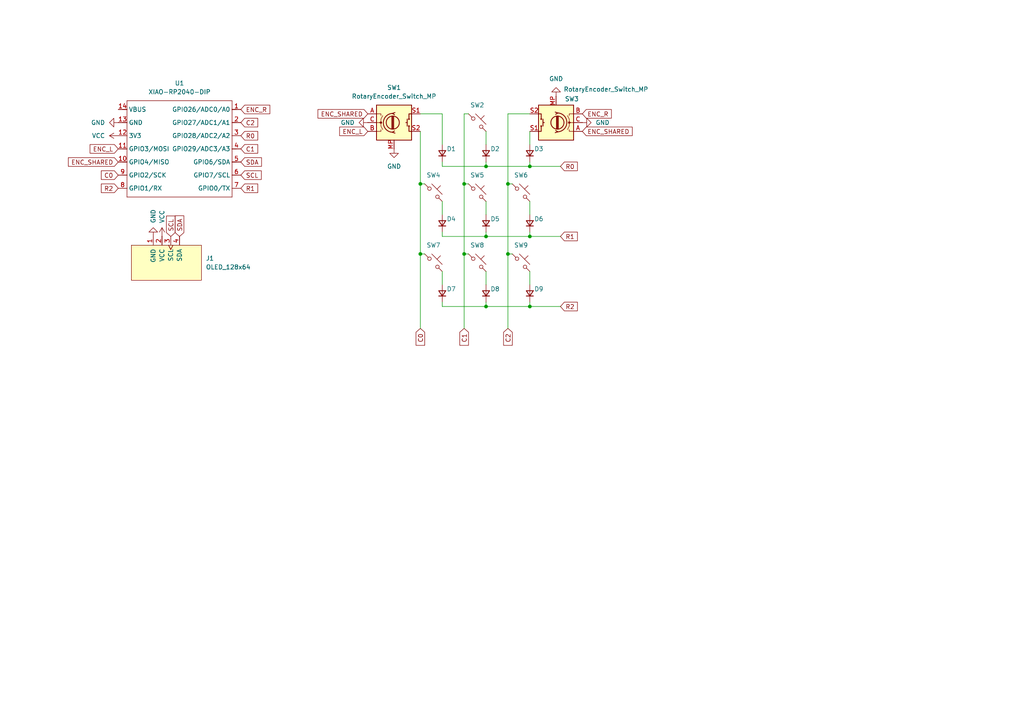
<source format=kicad_sch>
(kicad_sch
	(version 20231120)
	(generator "eeschema")
	(generator_version "8.0")
	(uuid "648b3d94-76ed-481b-b946-3ec0ab4b1f4d")
	(paper "A4")
	(lib_symbols
		(symbol "Device:D_Small"
			(pin_numbers hide)
			(pin_names
				(offset 0.254) hide)
			(exclude_from_sim no)
			(in_bom yes)
			(on_board yes)
			(property "Reference" "D"
				(at -1.27 2.032 0)
				(effects
					(font
						(size 1.27 1.27)
					)
					(justify left)
				)
			)
			(property "Value" "D_Small"
				(at -3.81 -2.032 0)
				(effects
					(font
						(size 1.27 1.27)
					)
					(justify left)
				)
			)
			(property "Footprint" ""
				(at 0 0 90)
				(effects
					(font
						(size 1.27 1.27)
					)
					(hide yes)
				)
			)
			(property "Datasheet" "~"
				(at 0 0 90)
				(effects
					(font
						(size 1.27 1.27)
					)
					(hide yes)
				)
			)
			(property "Description" "Diode, small symbol"
				(at 0 0 0)
				(effects
					(font
						(size 1.27 1.27)
					)
					(hide yes)
				)
			)
			(property "Sim.Device" "D"
				(at 0 0 0)
				(effects
					(font
						(size 1.27 1.27)
					)
					(hide yes)
				)
			)
			(property "Sim.Pins" "1=K 2=A"
				(at 0 0 0)
				(effects
					(font
						(size 1.27 1.27)
					)
					(hide yes)
				)
			)
			(property "ki_keywords" "diode"
				(at 0 0 0)
				(effects
					(font
						(size 1.27 1.27)
					)
					(hide yes)
				)
			)
			(property "ki_fp_filters" "TO-???* *_Diode_* *SingleDiode* D_*"
				(at 0 0 0)
				(effects
					(font
						(size 1.27 1.27)
					)
					(hide yes)
				)
			)
			(symbol "D_Small_0_1"
				(polyline
					(pts
						(xy -0.762 -1.016) (xy -0.762 1.016)
					)
					(stroke
						(width 0.254)
						(type default)
					)
					(fill
						(type none)
					)
				)
				(polyline
					(pts
						(xy -0.762 0) (xy 0.762 0)
					)
					(stroke
						(width 0)
						(type default)
					)
					(fill
						(type none)
					)
				)
				(polyline
					(pts
						(xy 0.762 -1.016) (xy -0.762 0) (xy 0.762 1.016) (xy 0.762 -1.016)
					)
					(stroke
						(width 0.254)
						(type default)
					)
					(fill
						(type none)
					)
				)
			)
			(symbol "D_Small_1_1"
				(pin passive line
					(at -2.54 0 0)
					(length 1.778)
					(name "K"
						(effects
							(font
								(size 1.27 1.27)
							)
						)
					)
					(number "1"
						(effects
							(font
								(size 1.27 1.27)
							)
						)
					)
				)
				(pin passive line
					(at 2.54 0 180)
					(length 1.778)
					(name "A"
						(effects
							(font
								(size 1.27 1.27)
							)
						)
					)
					(number "2"
						(effects
							(font
								(size 1.27 1.27)
							)
						)
					)
				)
			)
		)
		(symbol "Device:RotaryEncoder_Switch_MP"
			(pin_names
				(offset 0.254) hide)
			(exclude_from_sim no)
			(in_bom yes)
			(on_board yes)
			(property "Reference" "SW"
				(at 0 8.89 0)
				(effects
					(font
						(size 1.27 1.27)
					)
				)
			)
			(property "Value" "RotaryEncoder_Switch_MP"
				(at 0 6.35 0)
				(effects
					(font
						(size 1.27 1.27)
					)
				)
			)
			(property "Footprint" ""
				(at -3.81 4.064 0)
				(effects
					(font
						(size 1.27 1.27)
					)
					(hide yes)
				)
			)
			(property "Datasheet" "~"
				(at 0 -12.7 0)
				(effects
					(font
						(size 1.27 1.27)
					)
					(hide yes)
				)
			)
			(property "Description" "Rotary encoder, dual channel, incremental quadrate outputs, with switch and MP Pin"
				(at 0 -15.24 0)
				(effects
					(font
						(size 1.27 1.27)
					)
					(hide yes)
				)
			)
			(property "ki_keywords" "rotary switch encoder switch push button"
				(at 0 0 0)
				(effects
					(font
						(size 1.27 1.27)
					)
					(hide yes)
				)
			)
			(property "ki_fp_filters" "RotaryEncoder*Switch*"
				(at 0 0 0)
				(effects
					(font
						(size 1.27 1.27)
					)
					(hide yes)
				)
			)
			(symbol "RotaryEncoder_Switch_MP_0_1"
				(rectangle
					(start -5.08 5.08)
					(end 5.08 -5.08)
					(stroke
						(width 0.254)
						(type default)
					)
					(fill
						(type background)
					)
				)
				(circle
					(center -3.81 0)
					(radius 0.254)
					(stroke
						(width 0)
						(type default)
					)
					(fill
						(type outline)
					)
				)
				(circle
					(center -0.381 0)
					(radius 1.905)
					(stroke
						(width 0.254)
						(type default)
					)
					(fill
						(type none)
					)
				)
				(arc
					(start -0.381 2.667)
					(mid -3.0988 -0.0635)
					(end -0.381 -2.794)
					(stroke
						(width 0.254)
						(type default)
					)
					(fill
						(type none)
					)
				)
				(polyline
					(pts
						(xy -0.635 -1.778) (xy -0.635 1.778)
					)
					(stroke
						(width 0.254)
						(type default)
					)
					(fill
						(type none)
					)
				)
				(polyline
					(pts
						(xy -0.381 -1.778) (xy -0.381 1.778)
					)
					(stroke
						(width 0.254)
						(type default)
					)
					(fill
						(type none)
					)
				)
				(polyline
					(pts
						(xy -0.127 1.778) (xy -0.127 -1.778)
					)
					(stroke
						(width 0.254)
						(type default)
					)
					(fill
						(type none)
					)
				)
				(polyline
					(pts
						(xy 3.81 0) (xy 3.429 0)
					)
					(stroke
						(width 0.254)
						(type default)
					)
					(fill
						(type none)
					)
				)
				(polyline
					(pts
						(xy 3.81 1.016) (xy 3.81 -1.016)
					)
					(stroke
						(width 0.254)
						(type default)
					)
					(fill
						(type none)
					)
				)
				(polyline
					(pts
						(xy -5.08 -2.54) (xy -3.81 -2.54) (xy -3.81 -2.032)
					)
					(stroke
						(width 0)
						(type default)
					)
					(fill
						(type none)
					)
				)
				(polyline
					(pts
						(xy -5.08 2.54) (xy -3.81 2.54) (xy -3.81 2.032)
					)
					(stroke
						(width 0)
						(type default)
					)
					(fill
						(type none)
					)
				)
				(polyline
					(pts
						(xy 0.254 -3.048) (xy -0.508 -2.794) (xy 0.127 -2.413)
					)
					(stroke
						(width 0.254)
						(type default)
					)
					(fill
						(type none)
					)
				)
				(polyline
					(pts
						(xy 0.254 2.921) (xy -0.508 2.667) (xy 0.127 2.286)
					)
					(stroke
						(width 0.254)
						(type default)
					)
					(fill
						(type none)
					)
				)
				(polyline
					(pts
						(xy 5.08 -2.54) (xy 4.318 -2.54) (xy 4.318 -1.016)
					)
					(stroke
						(width 0.254)
						(type default)
					)
					(fill
						(type none)
					)
				)
				(polyline
					(pts
						(xy 5.08 2.54) (xy 4.318 2.54) (xy 4.318 1.016)
					)
					(stroke
						(width 0.254)
						(type default)
					)
					(fill
						(type none)
					)
				)
				(polyline
					(pts
						(xy -5.08 0) (xy -3.81 0) (xy -3.81 -1.016) (xy -3.302 -2.032)
					)
					(stroke
						(width 0)
						(type default)
					)
					(fill
						(type none)
					)
				)
				(polyline
					(pts
						(xy -4.318 0) (xy -3.81 0) (xy -3.81 1.016) (xy -3.302 2.032)
					)
					(stroke
						(width 0)
						(type default)
					)
					(fill
						(type none)
					)
				)
				(circle
					(center 4.318 -1.016)
					(radius 0.127)
					(stroke
						(width 0.254)
						(type default)
					)
					(fill
						(type none)
					)
				)
				(circle
					(center 4.318 1.016)
					(radius 0.127)
					(stroke
						(width 0.254)
						(type default)
					)
					(fill
						(type none)
					)
				)
			)
			(symbol "RotaryEncoder_Switch_MP_1_1"
				(pin passive line
					(at -7.62 2.54 0)
					(length 2.54)
					(name "A"
						(effects
							(font
								(size 1.27 1.27)
							)
						)
					)
					(number "A"
						(effects
							(font
								(size 1.27 1.27)
							)
						)
					)
				)
				(pin passive line
					(at -7.62 -2.54 0)
					(length 2.54)
					(name "B"
						(effects
							(font
								(size 1.27 1.27)
							)
						)
					)
					(number "B"
						(effects
							(font
								(size 1.27 1.27)
							)
						)
					)
				)
				(pin passive line
					(at -7.62 0 0)
					(length 2.54)
					(name "C"
						(effects
							(font
								(size 1.27 1.27)
							)
						)
					)
					(number "C"
						(effects
							(font
								(size 1.27 1.27)
							)
						)
					)
				)
				(pin passive line
					(at 0 -7.62 90)
					(length 2.54)
					(name "MP"
						(effects
							(font
								(size 1.27 1.27)
							)
						)
					)
					(number "MP"
						(effects
							(font
								(size 1.27 1.27)
							)
						)
					)
				)
				(pin passive line
					(at 7.62 2.54 180)
					(length 2.54)
					(name "S1"
						(effects
							(font
								(size 1.27 1.27)
							)
						)
					)
					(number "S1"
						(effects
							(font
								(size 1.27 1.27)
							)
						)
					)
				)
				(pin passive line
					(at 7.62 -2.54 180)
					(length 2.54)
					(name "S2"
						(effects
							(font
								(size 1.27 1.27)
							)
						)
					)
					(number "S2"
						(effects
							(font
								(size 1.27 1.27)
							)
						)
					)
				)
			)
		)
		(symbol "ScottoKeebs:OLED_128x64"
			(pin_names
				(offset 1.016)
			)
			(exclude_from_sim no)
			(in_bom yes)
			(on_board yes)
			(property "Reference" "J"
				(at 0 -11.43 0)
				(effects
					(font
						(size 1.27 1.27)
					)
				)
			)
			(property "Value" "OLED_128x64"
				(at 0 -7.62 0)
				(effects
					(font
						(size 1.27 1.27)
					)
				)
			)
			(property "Footprint" "ScottoKeebs_Components:OLED_128x64"
				(at 0 -13.97 0)
				(effects
					(font
						(size 1.27 1.27)
					)
					(hide yes)
				)
			)
			(property "Datasheet" ""
				(at 1.27 0 90)
				(effects
					(font
						(size 1.27 1.27)
					)
					(hide yes)
				)
			)
			(property "Description" ""
				(at 0 0 0)
				(effects
					(font
						(size 1.27 1.27)
					)
					(hide yes)
				)
			)
			(symbol "OLED_128x64_0_1"
				(rectangle
					(start 10.16 -10.16)
					(end -10.16 0)
					(stroke
						(width 0)
						(type default)
					)
					(fill
						(type background)
					)
				)
			)
			(symbol "OLED_128x64_1_1"
				(pin power_in line
					(at -3.81 2.54 270)
					(length 2.54)
					(name "GND"
						(effects
							(font
								(size 1.27 1.27)
							)
						)
					)
					(number "1"
						(effects
							(font
								(size 1.27 1.27)
							)
						)
					)
				)
				(pin power_in line
					(at -1.27 2.54 270)
					(length 2.54)
					(name "VCC"
						(effects
							(font
								(size 1.27 1.27)
							)
						)
					)
					(number "2"
						(effects
							(font
								(size 1.27 1.27)
							)
						)
					)
				)
				(pin input clock
					(at 1.27 2.54 270)
					(length 2.54)
					(name "SCL"
						(effects
							(font
								(size 1.27 1.27)
							)
						)
					)
					(number "3"
						(effects
							(font
								(size 1.27 1.27)
							)
						)
					)
				)
				(pin bidirectional line
					(at 3.81 2.54 270)
					(length 2.54)
					(name "SDA"
						(effects
							(font
								(size 1.27 1.27)
							)
						)
					)
					(number "4"
						(effects
							(font
								(size 1.27 1.27)
							)
						)
					)
				)
			)
		)
		(symbol "Seeed_Studio_XIAO_Series:XIAO-RP2040-DIP"
			(exclude_from_sim no)
			(in_bom yes)
			(on_board yes)
			(property "Reference" "U"
				(at 0 0 0)
				(effects
					(font
						(size 1.27 1.27)
					)
				)
			)
			(property "Value" "XIAO-RP2040-DIP"
				(at 5.334 -1.778 0)
				(effects
					(font
						(size 1.27 1.27)
					)
				)
			)
			(property "Footprint" "Module:MOUDLE14P-XIAO-DIP-SMD"
				(at 14.478 -32.258 0)
				(effects
					(font
						(size 1.27 1.27)
					)
					(hide yes)
				)
			)
			(property "Datasheet" ""
				(at 0 0 0)
				(effects
					(font
						(size 1.27 1.27)
					)
					(hide yes)
				)
			)
			(property "Description" ""
				(at 0 0 0)
				(effects
					(font
						(size 1.27 1.27)
					)
					(hide yes)
				)
			)
			(symbol "XIAO-RP2040-DIP_1_0"
				(polyline
					(pts
						(xy -1.27 -30.48) (xy -1.27 -16.51)
					)
					(stroke
						(width 0.1524)
						(type solid)
					)
					(fill
						(type none)
					)
				)
				(polyline
					(pts
						(xy -1.27 -27.94) (xy -2.54 -27.94)
					)
					(stroke
						(width 0.1524)
						(type solid)
					)
					(fill
						(type none)
					)
				)
				(polyline
					(pts
						(xy -1.27 -24.13) (xy -2.54 -24.13)
					)
					(stroke
						(width 0.1524)
						(type solid)
					)
					(fill
						(type none)
					)
				)
				(polyline
					(pts
						(xy -1.27 -20.32) (xy -2.54 -20.32)
					)
					(stroke
						(width 0.1524)
						(type solid)
					)
					(fill
						(type none)
					)
				)
				(polyline
					(pts
						(xy -1.27 -16.51) (xy -2.54 -16.51)
					)
					(stroke
						(width 0.1524)
						(type solid)
					)
					(fill
						(type none)
					)
				)
				(polyline
					(pts
						(xy -1.27 -16.51) (xy -1.27 -12.7)
					)
					(stroke
						(width 0.1524)
						(type solid)
					)
					(fill
						(type none)
					)
				)
				(polyline
					(pts
						(xy -1.27 -12.7) (xy -2.54 -12.7)
					)
					(stroke
						(width 0.1524)
						(type solid)
					)
					(fill
						(type none)
					)
				)
				(polyline
					(pts
						(xy -1.27 -12.7) (xy -1.27 -8.89)
					)
					(stroke
						(width 0.1524)
						(type solid)
					)
					(fill
						(type none)
					)
				)
				(polyline
					(pts
						(xy -1.27 -8.89) (xy -2.54 -8.89)
					)
					(stroke
						(width 0.1524)
						(type solid)
					)
					(fill
						(type none)
					)
				)
				(polyline
					(pts
						(xy -1.27 -8.89) (xy -1.27 -5.08)
					)
					(stroke
						(width 0.1524)
						(type solid)
					)
					(fill
						(type none)
					)
				)
				(polyline
					(pts
						(xy -1.27 -5.08) (xy -2.54 -5.08)
					)
					(stroke
						(width 0.1524)
						(type solid)
					)
					(fill
						(type none)
					)
				)
				(polyline
					(pts
						(xy -1.27 -5.08) (xy -1.27 -2.54)
					)
					(stroke
						(width 0.1524)
						(type solid)
					)
					(fill
						(type none)
					)
				)
				(polyline
					(pts
						(xy -1.27 -2.54) (xy 29.21 -2.54)
					)
					(stroke
						(width 0.1524)
						(type solid)
					)
					(fill
						(type none)
					)
				)
				(polyline
					(pts
						(xy 29.21 -30.48) (xy -1.27 -30.48)
					)
					(stroke
						(width 0.1524)
						(type solid)
					)
					(fill
						(type none)
					)
				)
				(polyline
					(pts
						(xy 29.21 -12.7) (xy 29.21 -30.48)
					)
					(stroke
						(width 0.1524)
						(type solid)
					)
					(fill
						(type none)
					)
				)
				(polyline
					(pts
						(xy 29.21 -8.89) (xy 29.21 -12.7)
					)
					(stroke
						(width 0.1524)
						(type solid)
					)
					(fill
						(type none)
					)
				)
				(polyline
					(pts
						(xy 29.21 -5.08) (xy 29.21 -8.89)
					)
					(stroke
						(width 0.1524)
						(type solid)
					)
					(fill
						(type none)
					)
				)
				(polyline
					(pts
						(xy 29.21 -2.54) (xy 29.21 -5.08)
					)
					(stroke
						(width 0.1524)
						(type solid)
					)
					(fill
						(type none)
					)
				)
				(polyline
					(pts
						(xy 30.48 -27.94) (xy 29.21 -27.94)
					)
					(stroke
						(width 0.1524)
						(type solid)
					)
					(fill
						(type none)
					)
				)
				(polyline
					(pts
						(xy 30.48 -24.13) (xy 29.21 -24.13)
					)
					(stroke
						(width 0.1524)
						(type solid)
					)
					(fill
						(type none)
					)
				)
				(polyline
					(pts
						(xy 30.48 -20.32) (xy 29.21 -20.32)
					)
					(stroke
						(width 0.1524)
						(type solid)
					)
					(fill
						(type none)
					)
				)
				(polyline
					(pts
						(xy 30.48 -16.51) (xy 29.21 -16.51)
					)
					(stroke
						(width 0.1524)
						(type solid)
					)
					(fill
						(type none)
					)
				)
				(polyline
					(pts
						(xy 30.48 -12.7) (xy 29.21 -12.7)
					)
					(stroke
						(width 0.1524)
						(type solid)
					)
					(fill
						(type none)
					)
				)
				(polyline
					(pts
						(xy 30.48 -8.89) (xy 29.21 -8.89)
					)
					(stroke
						(width 0.1524)
						(type solid)
					)
					(fill
						(type none)
					)
				)
				(polyline
					(pts
						(xy 30.48 -5.08) (xy 29.21 -5.08)
					)
					(stroke
						(width 0.1524)
						(type solid)
					)
					(fill
						(type none)
					)
				)
				(pin passive line
					(at -3.81 -5.08 0)
					(length 2.54)
					(name "GPIO26/ADC0/A0"
						(effects
							(font
								(size 1.27 1.27)
							)
						)
					)
					(number "1"
						(effects
							(font
								(size 1.27 1.27)
							)
						)
					)
				)
				(pin passive line
					(at 31.75 -20.32 180)
					(length 2.54)
					(name "GPIO4/MISO"
						(effects
							(font
								(size 1.27 1.27)
							)
						)
					)
					(number "10"
						(effects
							(font
								(size 1.27 1.27)
							)
						)
					)
				)
				(pin passive line
					(at 31.75 -16.51 180)
					(length 2.54)
					(name "GPIO3/MOSI"
						(effects
							(font
								(size 1.27 1.27)
							)
						)
					)
					(number "11"
						(effects
							(font
								(size 1.27 1.27)
							)
						)
					)
				)
				(pin passive line
					(at 31.75 -12.7 180)
					(length 2.54)
					(name "3V3"
						(effects
							(font
								(size 1.27 1.27)
							)
						)
					)
					(number "12"
						(effects
							(font
								(size 1.27 1.27)
							)
						)
					)
				)
				(pin passive line
					(at 31.75 -8.89 180)
					(length 2.54)
					(name "GND"
						(effects
							(font
								(size 1.27 1.27)
							)
						)
					)
					(number "13"
						(effects
							(font
								(size 1.27 1.27)
							)
						)
					)
				)
				(pin passive line
					(at 31.75 -5.08 180)
					(length 2.54)
					(name "VBUS"
						(effects
							(font
								(size 1.27 1.27)
							)
						)
					)
					(number "14"
						(effects
							(font
								(size 1.27 1.27)
							)
						)
					)
				)
				(pin passive line
					(at -3.81 -8.89 0)
					(length 2.54)
					(name "GPIO27/ADC1/A1"
						(effects
							(font
								(size 1.27 1.27)
							)
						)
					)
					(number "2"
						(effects
							(font
								(size 1.27 1.27)
							)
						)
					)
				)
				(pin passive line
					(at -3.81 -12.7 0)
					(length 2.54)
					(name "GPIO28/ADC2/A2"
						(effects
							(font
								(size 1.27 1.27)
							)
						)
					)
					(number "3"
						(effects
							(font
								(size 1.27 1.27)
							)
						)
					)
				)
				(pin passive line
					(at -3.81 -16.51 0)
					(length 2.54)
					(name "GPIO29/ADC3/A3"
						(effects
							(font
								(size 1.27 1.27)
							)
						)
					)
					(number "4"
						(effects
							(font
								(size 1.27 1.27)
							)
						)
					)
				)
				(pin passive line
					(at -3.81 -20.32 0)
					(length 2.54)
					(name "GPIO6/SDA"
						(effects
							(font
								(size 1.27 1.27)
							)
						)
					)
					(number "5"
						(effects
							(font
								(size 1.27 1.27)
							)
						)
					)
				)
				(pin passive line
					(at -3.81 -24.13 0)
					(length 2.54)
					(name "GPIO7/SCL"
						(effects
							(font
								(size 1.27 1.27)
							)
						)
					)
					(number "6"
						(effects
							(font
								(size 1.27 1.27)
							)
						)
					)
				)
				(pin passive line
					(at -3.81 -27.94 0)
					(length 2.54)
					(name "GPIO0/TX"
						(effects
							(font
								(size 1.27 1.27)
							)
						)
					)
					(number "7"
						(effects
							(font
								(size 1.27 1.27)
							)
						)
					)
				)
				(pin passive line
					(at 31.75 -27.94 180)
					(length 2.54)
					(name "GPIO1/RX"
						(effects
							(font
								(size 1.27 1.27)
							)
						)
					)
					(number "8"
						(effects
							(font
								(size 1.27 1.27)
							)
						)
					)
				)
				(pin passive line
					(at 31.75 -24.13 180)
					(length 2.54)
					(name "GPIO2/SCK"
						(effects
							(font
								(size 1.27 1.27)
							)
						)
					)
					(number "9"
						(effects
							(font
								(size 1.27 1.27)
							)
						)
					)
				)
			)
		)
		(symbol "Switch:SW_Push_45deg"
			(pin_numbers hide)
			(pin_names
				(offset 1.016) hide)
			(exclude_from_sim no)
			(in_bom yes)
			(on_board yes)
			(property "Reference" "SW"
				(at 3.048 1.016 0)
				(effects
					(font
						(size 1.27 1.27)
					)
					(justify left)
				)
			)
			(property "Value" "SW_Push_45deg"
				(at 0 -3.81 0)
				(effects
					(font
						(size 1.27 1.27)
					)
				)
			)
			(property "Footprint" ""
				(at 0 0 0)
				(effects
					(font
						(size 1.27 1.27)
					)
					(hide yes)
				)
			)
			(property "Datasheet" "~"
				(at 0 0 0)
				(effects
					(font
						(size 1.27 1.27)
					)
					(hide yes)
				)
			)
			(property "Description" "Push button switch, normally open, two pins, 45° tilted"
				(at 0 0 0)
				(effects
					(font
						(size 1.27 1.27)
					)
					(hide yes)
				)
			)
			(property "ki_keywords" "switch normally-open pushbutton push-button"
				(at 0 0 0)
				(effects
					(font
						(size 1.27 1.27)
					)
					(hide yes)
				)
			)
			(symbol "SW_Push_45deg_0_1"
				(circle
					(center -1.1684 1.1684)
					(radius 0.508)
					(stroke
						(width 0)
						(type default)
					)
					(fill
						(type none)
					)
				)
				(polyline
					(pts
						(xy -0.508 2.54) (xy 2.54 -0.508)
					)
					(stroke
						(width 0)
						(type default)
					)
					(fill
						(type none)
					)
				)
				(polyline
					(pts
						(xy 1.016 1.016) (xy 2.032 2.032)
					)
					(stroke
						(width 0)
						(type default)
					)
					(fill
						(type none)
					)
				)
				(polyline
					(pts
						(xy -2.54 2.54) (xy -1.524 1.524) (xy -1.524 1.524)
					)
					(stroke
						(width 0)
						(type default)
					)
					(fill
						(type none)
					)
				)
				(polyline
					(pts
						(xy 1.524 -1.524) (xy 2.54 -2.54) (xy 2.54 -2.54) (xy 2.54 -2.54)
					)
					(stroke
						(width 0)
						(type default)
					)
					(fill
						(type none)
					)
				)
				(circle
					(center 1.143 -1.1938)
					(radius 0.508)
					(stroke
						(width 0)
						(type default)
					)
					(fill
						(type none)
					)
				)
				(pin passive line
					(at -2.54 2.54 0)
					(length 0)
					(name "1"
						(effects
							(font
								(size 1.27 1.27)
							)
						)
					)
					(number "1"
						(effects
							(font
								(size 1.27 1.27)
							)
						)
					)
				)
				(pin passive line
					(at 2.54 -2.54 180)
					(length 0)
					(name "2"
						(effects
							(font
								(size 1.27 1.27)
							)
						)
					)
					(number "2"
						(effects
							(font
								(size 1.27 1.27)
							)
						)
					)
				)
			)
		)
		(symbol "power:GND"
			(power)
			(pin_numbers hide)
			(pin_names
				(offset 0) hide)
			(exclude_from_sim no)
			(in_bom yes)
			(on_board yes)
			(property "Reference" "#PWR"
				(at 0 -6.35 0)
				(effects
					(font
						(size 1.27 1.27)
					)
					(hide yes)
				)
			)
			(property "Value" "GND"
				(at 0 -3.81 0)
				(effects
					(font
						(size 1.27 1.27)
					)
				)
			)
			(property "Footprint" ""
				(at 0 0 0)
				(effects
					(font
						(size 1.27 1.27)
					)
					(hide yes)
				)
			)
			(property "Datasheet" ""
				(at 0 0 0)
				(effects
					(font
						(size 1.27 1.27)
					)
					(hide yes)
				)
			)
			(property "Description" "Power symbol creates a global label with name \"GND\" , ground"
				(at 0 0 0)
				(effects
					(font
						(size 1.27 1.27)
					)
					(hide yes)
				)
			)
			(property "ki_keywords" "global power"
				(at 0 0 0)
				(effects
					(font
						(size 1.27 1.27)
					)
					(hide yes)
				)
			)
			(symbol "GND_0_1"
				(polyline
					(pts
						(xy 0 0) (xy 0 -1.27) (xy 1.27 -1.27) (xy 0 -2.54) (xy -1.27 -1.27) (xy 0 -1.27)
					)
					(stroke
						(width 0)
						(type default)
					)
					(fill
						(type none)
					)
				)
			)
			(symbol "GND_1_1"
				(pin power_in line
					(at 0 0 270)
					(length 0)
					(name "~"
						(effects
							(font
								(size 1.27 1.27)
							)
						)
					)
					(number "1"
						(effects
							(font
								(size 1.27 1.27)
							)
						)
					)
				)
			)
		)
		(symbol "power:VCC"
			(power)
			(pin_numbers hide)
			(pin_names
				(offset 0) hide)
			(exclude_from_sim no)
			(in_bom yes)
			(on_board yes)
			(property "Reference" "#PWR"
				(at 0 -3.81 0)
				(effects
					(font
						(size 1.27 1.27)
					)
					(hide yes)
				)
			)
			(property "Value" "VCC"
				(at 0 3.556 0)
				(effects
					(font
						(size 1.27 1.27)
					)
				)
			)
			(property "Footprint" ""
				(at 0 0 0)
				(effects
					(font
						(size 1.27 1.27)
					)
					(hide yes)
				)
			)
			(property "Datasheet" ""
				(at 0 0 0)
				(effects
					(font
						(size 1.27 1.27)
					)
					(hide yes)
				)
			)
			(property "Description" "Power symbol creates a global label with name \"VCC\""
				(at 0 0 0)
				(effects
					(font
						(size 1.27 1.27)
					)
					(hide yes)
				)
			)
			(property "ki_keywords" "global power"
				(at 0 0 0)
				(effects
					(font
						(size 1.27 1.27)
					)
					(hide yes)
				)
			)
			(symbol "VCC_0_1"
				(polyline
					(pts
						(xy -0.762 1.27) (xy 0 2.54)
					)
					(stroke
						(width 0)
						(type default)
					)
					(fill
						(type none)
					)
				)
				(polyline
					(pts
						(xy 0 0) (xy 0 2.54)
					)
					(stroke
						(width 0)
						(type default)
					)
					(fill
						(type none)
					)
				)
				(polyline
					(pts
						(xy 0 2.54) (xy 0.762 1.27)
					)
					(stroke
						(width 0)
						(type default)
					)
					(fill
						(type none)
					)
				)
			)
			(symbol "VCC_1_1"
				(pin power_in line
					(at 0 0 90)
					(length 0)
					(name "~"
						(effects
							(font
								(size 1.27 1.27)
							)
						)
					)
					(number "1"
						(effects
							(font
								(size 1.27 1.27)
							)
						)
					)
				)
			)
		)
	)
	(junction
		(at 121.92 53.34)
		(diameter 0)
		(color 0 0 0 0)
		(uuid "0133ba76-e456-4b7f-adf6-5c3f65249838")
	)
	(junction
		(at 140.97 68.58)
		(diameter 0)
		(color 0 0 0 0)
		(uuid "02597586-96d3-4186-ba64-ae8af72decc3")
	)
	(junction
		(at 147.32 73.66)
		(diameter 0)
		(color 0 0 0 0)
		(uuid "11aaff89-bce3-4f8c-af62-522979c23734")
	)
	(junction
		(at 134.62 73.66)
		(diameter 0)
		(color 0 0 0 0)
		(uuid "2917ef6b-243c-4dbf-8db1-63db5353036f")
	)
	(junction
		(at 134.62 53.34)
		(diameter 0)
		(color 0 0 0 0)
		(uuid "664433a6-6ea0-4cb5-9c50-7127f7297c37")
	)
	(junction
		(at 153.67 68.58)
		(diameter 0)
		(color 0 0 0 0)
		(uuid "6edfe559-5e18-4ff7-9f9e-56e7d879923a")
	)
	(junction
		(at 140.97 88.9)
		(diameter 0)
		(color 0 0 0 0)
		(uuid "7e8b7462-4e38-4420-8d7b-082aacdd7cc4")
	)
	(junction
		(at 153.67 48.26)
		(diameter 0)
		(color 0 0 0 0)
		(uuid "8bea73ac-f004-4114-a2bc-5b54b699a24f")
	)
	(junction
		(at 147.32 53.34)
		(diameter 0)
		(color 0 0 0 0)
		(uuid "b905f581-53b3-4d8a-92d4-f7352a3f7542")
	)
	(junction
		(at 140.97 48.26)
		(diameter 0)
		(color 0 0 0 0)
		(uuid "b9dbd799-1cc3-488e-bd8c-159c2104c5a5")
	)
	(junction
		(at 121.92 73.66)
		(diameter 0)
		(color 0 0 0 0)
		(uuid "d04942cc-a3fd-4de4-905d-2adbe6204124")
	)
	(junction
		(at 153.67 88.9)
		(diameter 0)
		(color 0 0 0 0)
		(uuid "fc7b6d0f-e0db-413f-8a93-6d46c7ad549a")
	)
	(wire
		(pts
			(xy 140.97 78.74) (xy 140.97 82.55)
		)
		(stroke
			(width 0)
			(type default)
		)
		(uuid "019b9055-c162-4459-868a-39ecba9fbd78")
	)
	(wire
		(pts
			(xy 147.32 53.34) (xy 147.32 73.66)
		)
		(stroke
			(width 0)
			(type default)
		)
		(uuid "03692403-8797-4d3d-8115-5b98a2352c92")
	)
	(wire
		(pts
			(xy 140.97 58.42) (xy 140.97 62.23)
		)
		(stroke
			(width 0)
			(type default)
		)
		(uuid "0947da20-914e-4a31-9740-2ba035cf0d12")
	)
	(wire
		(pts
			(xy 128.27 67.31) (xy 128.27 68.58)
		)
		(stroke
			(width 0)
			(type default)
		)
		(uuid "2ee5fd3f-414a-4205-9911-f0aef42a982e")
	)
	(wire
		(pts
			(xy 121.92 38.1) (xy 121.92 53.34)
		)
		(stroke
			(width 0)
			(type default)
		)
		(uuid "33a59495-419f-4747-a74b-960222dcd448")
	)
	(wire
		(pts
			(xy 128.27 87.63) (xy 128.27 88.9)
		)
		(stroke
			(width 0)
			(type default)
		)
		(uuid "34a6f0e5-7134-42f2-9423-de40cb938ab2")
	)
	(wire
		(pts
			(xy 153.67 78.74) (xy 153.67 82.55)
		)
		(stroke
			(width 0)
			(type default)
		)
		(uuid "3718a714-20bd-4ed3-850f-a76f6956e68e")
	)
	(wire
		(pts
			(xy 153.67 58.42) (xy 153.67 62.23)
		)
		(stroke
			(width 0)
			(type default)
		)
		(uuid "37c59622-1f90-40f1-ac4f-70f222e259b8")
	)
	(wire
		(pts
			(xy 140.97 48.26) (xy 153.67 48.26)
		)
		(stroke
			(width 0)
			(type default)
		)
		(uuid "3ab2f2db-a3f8-48ca-b253-f08564384bc5")
	)
	(wire
		(pts
			(xy 148.59 53.34) (xy 147.32 53.34)
		)
		(stroke
			(width 0)
			(type default)
		)
		(uuid "464b7fdd-1747-4bcf-8681-5ae9c05a3992")
	)
	(wire
		(pts
			(xy 153.67 68.58) (xy 162.56 68.58)
		)
		(stroke
			(width 0)
			(type default)
		)
		(uuid "4f8c7d58-7606-4b2d-bf25-eef1d19760bb")
	)
	(wire
		(pts
			(xy 128.27 46.99) (xy 128.27 48.26)
		)
		(stroke
			(width 0)
			(type default)
		)
		(uuid "5379b9db-650d-4298-8e3b-d5ce728948dc")
	)
	(wire
		(pts
			(xy 147.32 73.66) (xy 147.32 95.25)
		)
		(stroke
			(width 0)
			(type default)
		)
		(uuid "5854ab49-77b8-468b-9cf0-711f81516e3a")
	)
	(wire
		(pts
			(xy 128.27 33.02) (xy 128.27 41.91)
		)
		(stroke
			(width 0)
			(type default)
		)
		(uuid "5a166ceb-871c-4afe-887a-061430eac87c")
	)
	(wire
		(pts
			(xy 121.92 53.34) (xy 121.92 73.66)
		)
		(stroke
			(width 0)
			(type default)
		)
		(uuid "5a973177-10d1-4381-8bb3-6a43f4c3d1f4")
	)
	(wire
		(pts
			(xy 123.19 53.34) (xy 121.92 53.34)
		)
		(stroke
			(width 0)
			(type default)
		)
		(uuid "5b4ce964-854d-45fe-b419-9538ee878811")
	)
	(wire
		(pts
			(xy 153.67 88.9) (xy 162.56 88.9)
		)
		(stroke
			(width 0)
			(type default)
		)
		(uuid "61380d0c-48a4-4eca-8eb9-1237e3435656")
	)
	(wire
		(pts
			(xy 134.62 53.34) (xy 134.62 73.66)
		)
		(stroke
			(width 0)
			(type default)
		)
		(uuid "622a7548-fbd3-40f5-91c7-9019891c5747")
	)
	(wire
		(pts
			(xy 140.97 67.31) (xy 140.97 68.58)
		)
		(stroke
			(width 0)
			(type default)
		)
		(uuid "664d3bb6-1251-4975-8120-5b2efabf32c1")
	)
	(wire
		(pts
			(xy 140.97 38.1) (xy 140.97 41.91)
		)
		(stroke
			(width 0)
			(type default)
		)
		(uuid "71fa4c7a-9119-431f-9707-5b424d02a2b6")
	)
	(wire
		(pts
			(xy 148.59 73.66) (xy 147.32 73.66)
		)
		(stroke
			(width 0)
			(type default)
		)
		(uuid "78299106-ef78-413f-adb9-e29dc653a41c")
	)
	(wire
		(pts
			(xy 134.62 33.02) (xy 134.62 53.34)
		)
		(stroke
			(width 0)
			(type default)
		)
		(uuid "8665b06c-1eb4-4af3-87bf-0ab22d37e25a")
	)
	(wire
		(pts
			(xy 128.27 58.42) (xy 128.27 62.23)
		)
		(stroke
			(width 0)
			(type default)
		)
		(uuid "8a4cf856-f0fd-4b96-9ac4-24db6efeb1ca")
	)
	(wire
		(pts
			(xy 153.67 48.26) (xy 162.56 48.26)
		)
		(stroke
			(width 0)
			(type default)
		)
		(uuid "8d44f422-fdf2-4936-b089-669075098117")
	)
	(wire
		(pts
			(xy 153.67 87.63) (xy 153.67 88.9)
		)
		(stroke
			(width 0)
			(type default)
		)
		(uuid "8d636926-2ad2-4f76-93f4-113d16230595")
	)
	(wire
		(pts
			(xy 140.97 46.99) (xy 140.97 48.26)
		)
		(stroke
			(width 0)
			(type default)
		)
		(uuid "93448bea-9135-4ed3-ab28-4e2b1fc6ec62")
	)
	(wire
		(pts
			(xy 121.92 33.02) (xy 128.27 33.02)
		)
		(stroke
			(width 0)
			(type default)
		)
		(uuid "936659bc-f594-4208-bac1-7942a6f9ecfd")
	)
	(wire
		(pts
			(xy 153.67 67.31) (xy 153.67 68.58)
		)
		(stroke
			(width 0)
			(type default)
		)
		(uuid "95df386d-abfb-472b-b2ea-e0ffea4b001e")
	)
	(wire
		(pts
			(xy 140.97 68.58) (xy 153.67 68.58)
		)
		(stroke
			(width 0)
			(type default)
		)
		(uuid "98d30bcf-d4b7-4967-9b8c-c4925a947552")
	)
	(wire
		(pts
			(xy 135.89 53.34) (xy 134.62 53.34)
		)
		(stroke
			(width 0)
			(type default)
		)
		(uuid "9d42c2c3-5647-43fd-a99e-2917532d77c4")
	)
	(wire
		(pts
			(xy 128.27 88.9) (xy 140.97 88.9)
		)
		(stroke
			(width 0)
			(type default)
		)
		(uuid "a39af719-e901-4b05-af32-35048de5157e")
	)
	(wire
		(pts
			(xy 123.19 73.66) (xy 121.92 73.66)
		)
		(stroke
			(width 0)
			(type default)
		)
		(uuid "a3bba1dc-7ce1-4b98-bc36-39dfa348bc84")
	)
	(wire
		(pts
			(xy 128.27 48.26) (xy 140.97 48.26)
		)
		(stroke
			(width 0)
			(type default)
		)
		(uuid "a942de4e-c279-452c-ad1c-4eebbf889933")
	)
	(wire
		(pts
			(xy 140.97 87.63) (xy 140.97 88.9)
		)
		(stroke
			(width 0)
			(type default)
		)
		(uuid "b8ac907d-cac5-42a8-96cb-199197488c5d")
	)
	(wire
		(pts
			(xy 121.92 73.66) (xy 121.92 95.25)
		)
		(stroke
			(width 0)
			(type default)
		)
		(uuid "b93375bd-f2d3-42e9-ac84-52338a1ef0b9")
	)
	(wire
		(pts
			(xy 147.32 33.02) (xy 153.67 33.02)
		)
		(stroke
			(width 0)
			(type default)
		)
		(uuid "bfb4e17f-5241-48e4-bc88-a53822ba0427")
	)
	(wire
		(pts
			(xy 128.27 68.58) (xy 140.97 68.58)
		)
		(stroke
			(width 0)
			(type default)
		)
		(uuid "cca8d38a-9efd-4ae8-932c-1f6fec3f6d9e")
	)
	(wire
		(pts
			(xy 135.89 73.66) (xy 134.62 73.66)
		)
		(stroke
			(width 0)
			(type default)
		)
		(uuid "d50f6c2a-33c8-46b0-8dbc-f245e94327a5")
	)
	(wire
		(pts
			(xy 153.67 46.99) (xy 153.67 48.26)
		)
		(stroke
			(width 0)
			(type default)
		)
		(uuid "dc22c958-6fc2-419d-8b8c-c111bd8ca581")
	)
	(wire
		(pts
			(xy 153.67 38.1) (xy 153.67 41.91)
		)
		(stroke
			(width 0)
			(type default)
		)
		(uuid "eaa8e008-4bac-42a0-afb0-55a15caddfe8")
	)
	(wire
		(pts
			(xy 140.97 88.9) (xy 153.67 88.9)
		)
		(stroke
			(width 0)
			(type default)
		)
		(uuid "ee6a7a40-0689-4cd8-900f-e266219dbae5")
	)
	(wire
		(pts
			(xy 147.32 33.02) (xy 147.32 53.34)
		)
		(stroke
			(width 0)
			(type default)
		)
		(uuid "ef4baf71-cbf6-436c-945a-8f6b9253f661")
	)
	(wire
		(pts
			(xy 134.62 73.66) (xy 134.62 95.25)
		)
		(stroke
			(width 0)
			(type default)
		)
		(uuid "f0411bc2-13e1-4a6b-a751-ab96fbc41f0c")
	)
	(wire
		(pts
			(xy 135.89 33.02) (xy 134.62 33.02)
		)
		(stroke
			(width 0)
			(type default)
		)
		(uuid "f3643e4e-d702-441e-9644-9ceb3fdff8b9")
	)
	(wire
		(pts
			(xy 128.27 78.74) (xy 128.27 82.55)
		)
		(stroke
			(width 0)
			(type default)
		)
		(uuid "f655d2b7-7a71-4d72-badd-912266d7123e")
	)
	(global_label "ENC_L"
		(shape input)
		(at 34.29 43.18 180)
		(fields_autoplaced yes)
		(effects
			(font
				(size 1.27 1.27)
			)
			(justify right)
		)
		(uuid "02eaa270-afc3-4595-b417-bfc257540243")
		(property "Intersheetrefs" "${INTERSHEET_REFS}"
			(at 25.5596 43.18 0)
			(effects
				(font
					(size 1.27 1.27)
				)
				(justify right)
				(hide yes)
			)
		)
	)
	(global_label "R0"
		(shape input)
		(at 69.85 39.37 0)
		(fields_autoplaced yes)
		(effects
			(font
				(size 1.27 1.27)
			)
			(justify left)
		)
		(uuid "0c4e0c8d-0eee-4797-880c-0e70af29fb7a")
		(property "Intersheetrefs" "${INTERSHEET_REFS}"
			(at 63.5991 39.37 0)
			(effects
				(font
					(size 1.27 1.27)
				)
				(justify right)
				(hide yes)
			)
		)
	)
	(global_label "ENC_R"
		(shape input)
		(at 69.85 31.75 0)
		(fields_autoplaced yes)
		(effects
			(font
				(size 1.27 1.27)
			)
			(justify left)
		)
		(uuid "1237195f-366a-4020-8b87-10230762888a")
		(property "Intersheetrefs" "${INTERSHEET_REFS}"
			(at 78.8223 31.75 0)
			(effects
				(font
					(size 1.27 1.27)
				)
				(justify left)
				(hide yes)
			)
		)
	)
	(global_label "R0"
		(shape input)
		(at 162.56 48.26 0)
		(fields_autoplaced yes)
		(effects
			(font
				(size 1.27 1.27)
			)
			(justify left)
		)
		(uuid "15e2a490-77ab-47fa-ac65-bd132e89cef6")
		(property "Intersheetrefs" "${INTERSHEET_REFS}"
			(at 156.3091 48.26 0)
			(effects
				(font
					(size 1.27 1.27)
				)
				(justify right)
				(hide yes)
			)
		)
	)
	(global_label "SDA"
		(shape input)
		(at 69.85 46.99 0)
		(fields_autoplaced yes)
		(effects
			(font
				(size 1.27 1.27)
			)
			(justify left)
		)
		(uuid "19c10231-ca17-4e13-be5b-8a3803873dec")
		(property "Intersheetrefs" "${INTERSHEET_REFS}"
			(at 76.4033 46.99 0)
			(effects
				(font
					(size 1.27 1.27)
				)
				(justify left)
				(hide yes)
			)
		)
	)
	(global_label "ENC_SHARED"
		(shape input)
		(at 106.68 33.02 180)
		(fields_autoplaced yes)
		(effects
			(font
				(size 1.27 1.27)
			)
			(justify right)
		)
		(uuid "1d96a5dc-5368-4cd6-be57-8b681358e0dd")
		(property "Intersheetrefs" "${INTERSHEET_REFS}"
			(at 91.6601 33.02 0)
			(effects
				(font
					(size 1.27 1.27)
				)
				(justify right)
				(hide yes)
			)
		)
	)
	(global_label "R1"
		(shape input)
		(at 69.85 54.61 0)
		(fields_autoplaced yes)
		(effects
			(font
				(size 1.27 1.27)
			)
			(justify left)
		)
		(uuid "1ea465e5-fb9b-42de-8aeb-a0cc984bf41a")
		(property "Intersheetrefs" "${INTERSHEET_REFS}"
			(at 63.5991 54.61 0)
			(effects
				(font
					(size 1.27 1.27)
				)
				(justify right)
				(hide yes)
			)
		)
	)
	(global_label "SCL"
		(shape input)
		(at 69.85 50.8 0)
		(fields_autoplaced yes)
		(effects
			(font
				(size 1.27 1.27)
			)
			(justify left)
		)
		(uuid "31f6ac0d-2ce7-462b-b1c0-3b346ef535e6")
		(property "Intersheetrefs" "${INTERSHEET_REFS}"
			(at 76.3428 50.8 0)
			(effects
				(font
					(size 1.27 1.27)
				)
				(justify left)
				(hide yes)
			)
		)
	)
	(global_label "C0"
		(shape input)
		(at 34.29 50.8 180)
		(fields_autoplaced yes)
		(effects
			(font
				(size 1.27 1.27)
			)
			(justify right)
		)
		(uuid "3cb3589e-74e2-4f12-bdad-ab8876513982")
		(property "Intersheetrefs" "${INTERSHEET_REFS}"
			(at 28.8253 50.8 0)
			(effects
				(font
					(size 1.27 1.27)
				)
				(justify right)
				(hide yes)
			)
		)
	)
	(global_label "C2"
		(shape input)
		(at 69.85 35.56 0)
		(fields_autoplaced yes)
		(effects
			(font
				(size 1.27 1.27)
			)
			(justify left)
		)
		(uuid "40414713-b12c-4d7f-b4a9-bfee75706238")
		(property "Intersheetrefs" "${INTERSHEET_REFS}"
			(at 75.3147 35.56 0)
			(effects
				(font
					(size 1.27 1.27)
				)
				(justify left)
				(hide yes)
			)
		)
	)
	(global_label "SCL"
		(shape input)
		(at 49.53 68.58 90)
		(fields_autoplaced yes)
		(effects
			(font
				(size 1.27 1.27)
			)
			(justify left)
		)
		(uuid "476b6207-a42e-4402-9cd2-7648b06dfc1c")
		(property "Intersheetrefs" "${INTERSHEET_REFS}"
			(at 49.53 62.0872 90)
			(effects
				(font
					(size 1.27 1.27)
				)
				(justify left)
				(hide yes)
			)
		)
	)
	(global_label "C0"
		(shape input)
		(at 121.92 95.25 270)
		(fields_autoplaced yes)
		(effects
			(font
				(size 1.27 1.27)
			)
			(justify right)
		)
		(uuid "6a1eb14f-2e5d-4cca-9f33-2cd4e61cd024")
		(property "Intersheetrefs" "${INTERSHEET_REFS}"
			(at 115.6691 95.25 0)
			(effects
				(font
					(size 1.27 1.27)
				)
				(justify right)
				(hide yes)
			)
		)
	)
	(global_label "ENC_SHARED"
		(shape input)
		(at 34.29 46.99 180)
		(fields_autoplaced yes)
		(effects
			(font
				(size 1.27 1.27)
			)
			(justify right)
		)
		(uuid "703393c2-6c63-4fb0-85c9-5f6b7f1ad90c")
		(property "Intersheetrefs" "${INTERSHEET_REFS}"
			(at 19.2701 46.99 0)
			(effects
				(font
					(size 1.27 1.27)
				)
				(justify right)
				(hide yes)
			)
		)
	)
	(global_label "R2"
		(shape input)
		(at 34.29 54.61 180)
		(fields_autoplaced yes)
		(effects
			(font
				(size 1.27 1.27)
			)
			(justify right)
		)
		(uuid "81ddbe08-3bda-4e31-a3cf-530009cae514")
		(property "Intersheetrefs" "${INTERSHEET_REFS}"
			(at 28.8253 54.61 0)
			(effects
				(font
					(size 1.27 1.27)
				)
				(justify right)
				(hide yes)
			)
		)
	)
	(global_label "C2"
		(shape input)
		(at 147.32 95.25 270)
		(fields_autoplaced yes)
		(effects
			(font
				(size 1.27 1.27)
			)
			(justify right)
		)
		(uuid "86498d02-8d47-4f6b-8855-afa65f123313")
		(property "Intersheetrefs" "${INTERSHEET_REFS}"
			(at 141.0691 95.25 0)
			(effects
				(font
					(size 1.27 1.27)
				)
				(justify right)
				(hide yes)
			)
		)
	)
	(global_label "R2"
		(shape input)
		(at 162.56 88.9 0)
		(fields_autoplaced yes)
		(effects
			(font
				(size 1.27 1.27)
			)
			(justify left)
		)
		(uuid "8fd0d39c-bc71-4d30-a440-20d47a6423c4")
		(property "Intersheetrefs" "${INTERSHEET_REFS}"
			(at 156.3091 88.9 0)
			(effects
				(font
					(size 1.27 1.27)
				)
				(justify right)
				(hide yes)
			)
		)
	)
	(global_label "C1"
		(shape input)
		(at 134.62 95.25 270)
		(fields_autoplaced yes)
		(effects
			(font
				(size 1.27 1.27)
			)
			(justify right)
		)
		(uuid "a2395b92-f626-4eaa-bf2c-6b0d199518f9")
		(property "Intersheetrefs" "${INTERSHEET_REFS}"
			(at 128.3691 95.25 0)
			(effects
				(font
					(size 1.27 1.27)
				)
				(justify right)
				(hide yes)
			)
		)
	)
	(global_label "ENC_SHARED"
		(shape input)
		(at 168.91 38.1 0)
		(fields_autoplaced yes)
		(effects
			(font
				(size 1.27 1.27)
			)
			(justify left)
		)
		(uuid "b8270b01-6e02-4585-9e07-33a349df7452")
		(property "Intersheetrefs" "${INTERSHEET_REFS}"
			(at 183.9299 38.1 0)
			(effects
				(font
					(size 1.27 1.27)
				)
				(justify left)
				(hide yes)
			)
		)
	)
	(global_label "SDA"
		(shape input)
		(at 52.07 68.58 90)
		(fields_autoplaced yes)
		(effects
			(font
				(size 1.27 1.27)
			)
			(justify left)
		)
		(uuid "bf8f3823-f16c-4894-ad18-38724e96e5ef")
		(property "Intersheetrefs" "${INTERSHEET_REFS}"
			(at 52.07 62.0267 90)
			(effects
				(font
					(size 1.27 1.27)
				)
				(justify left)
				(hide yes)
			)
		)
	)
	(global_label "ENC_L"
		(shape input)
		(at 106.68 38.1 180)
		(fields_autoplaced yes)
		(effects
			(font
				(size 1.27 1.27)
			)
			(justify right)
		)
		(uuid "c0eb4848-e71a-4388-9376-ace600c6cb44")
		(property "Intersheetrefs" "${INTERSHEET_REFS}"
			(at 97.9496 38.1 0)
			(effects
				(font
					(size 1.27 1.27)
				)
				(justify right)
				(hide yes)
			)
		)
	)
	(global_label "ENC_R"
		(shape input)
		(at 168.91 33.02 0)
		(fields_autoplaced yes)
		(effects
			(font
				(size 1.27 1.27)
			)
			(justify left)
		)
		(uuid "dfb2047f-b577-4ae7-9f79-34ac9bdcd21d")
		(property "Intersheetrefs" "${INTERSHEET_REFS}"
			(at 177.8823 33.02 0)
			(effects
				(font
					(size 1.27 1.27)
				)
				(justify left)
				(hide yes)
			)
		)
	)
	(global_label "R1"
		(shape input)
		(at 162.56 68.58 0)
		(fields_autoplaced yes)
		(effects
			(font
				(size 1.27 1.27)
			)
			(justify left)
		)
		(uuid "fa514c7b-b73f-4f10-b98f-d4ada9fa62e8")
		(property "Intersheetrefs" "${INTERSHEET_REFS}"
			(at 156.3091 68.58 0)
			(effects
				(font
					(size 1.27 1.27)
				)
				(justify right)
				(hide yes)
			)
		)
	)
	(global_label "C1"
		(shape input)
		(at 69.85 43.18 0)
		(fields_autoplaced yes)
		(effects
			(font
				(size 1.27 1.27)
			)
			(justify left)
		)
		(uuid "fd5bfaeb-b651-42d4-b23a-7f3a6fd7acaa")
		(property "Intersheetrefs" "${INTERSHEET_REFS}"
			(at 75.3147 43.18 0)
			(effects
				(font
					(size 1.27 1.27)
				)
				(justify left)
				(hide yes)
			)
		)
	)
	(symbol
		(lib_id "power:GND")
		(at 114.3 43.18 0)
		(unit 1)
		(exclude_from_sim no)
		(in_bom yes)
		(on_board yes)
		(dnp no)
		(fields_autoplaced yes)
		(uuid "0349d5f1-4b2f-447f-9feb-53960aa3e4b6")
		(property "Reference" "#PWR05"
			(at 114.3 49.53 0)
			(effects
				(font
					(size 1.27 1.27)
				)
				(hide yes)
			)
		)
		(property "Value" "GND"
			(at 114.3 48.26 0)
			(effects
				(font
					(size 1.27 1.27)
				)
			)
		)
		(property "Footprint" ""
			(at 114.3 43.18 0)
			(effects
				(font
					(size 1.27 1.27)
				)
				(hide yes)
			)
		)
		(property "Datasheet" ""
			(at 114.3 43.18 0)
			(effects
				(font
					(size 1.27 1.27)
				)
				(hide yes)
			)
		)
		(property "Description" "Power symbol creates a global label with name \"GND\" , ground"
			(at 114.3 43.18 0)
			(effects
				(font
					(size 1.27 1.27)
				)
				(hide yes)
			)
		)
		(pin "1"
			(uuid "b21147d0-d077-4fb1-b432-f3679ddd957a")
		)
		(instances
			(project "woagpad"
				(path "/648b3d94-76ed-481b-b946-3ec0ab4b1f4d"
					(reference "#PWR05")
					(unit 1)
				)
			)
		)
	)
	(symbol
		(lib_id "Device:D_Small")
		(at 128.27 85.09 90)
		(unit 1)
		(exclude_from_sim no)
		(in_bom yes)
		(on_board yes)
		(dnp no)
		(uuid "0501c0df-9a98-4b9a-b5e7-0460feb7d421")
		(property "Reference" "D7"
			(at 129.54 83.82 90)
			(effects
				(font
					(size 1.27 1.27)
				)
				(justify right)
			)
		)
		(property "Value" "D"
			(at 129.54 86.36 90)
			(effects
				(font
					(size 1.27 1.27)
				)
				(justify right)
				(hide yes)
			)
		)
		(property "Footprint" "ScottoKeebs_Components:Diode_DO-35"
			(at 128.27 85.09 90)
			(effects
				(font
					(size 1.27 1.27)
				)
				(hide yes)
			)
		)
		(property "Datasheet" "~"
			(at 128.27 85.09 90)
			(effects
				(font
					(size 1.27 1.27)
				)
				(hide yes)
			)
		)
		(property "Description" ""
			(at 128.27 85.09 0)
			(effects
				(font
					(size 1.27 1.27)
				)
				(hide yes)
			)
		)
		(property "Sim.Device" "D"
			(at 128.27 85.09 0)
			(effects
				(font
					(size 1.27 1.27)
				)
				(hide yes)
			)
		)
		(property "Sim.Pins" "1=K 2=A"
			(at 128.27 85.09 0)
			(effects
				(font
					(size 1.27 1.27)
				)
				(hide yes)
			)
		)
		(pin "1"
			(uuid "228ca1ad-f727-463f-acc8-cd3dea36436a")
		)
		(pin "2"
			(uuid "ed67eaac-e977-4de7-98de-de25b7b86b8d")
		)
		(instances
			(project "woagpad"
				(path "/648b3d94-76ed-481b-b946-3ec0ab4b1f4d"
					(reference "D7")
					(unit 1)
				)
			)
		)
	)
	(symbol
		(lib_id "Device:RotaryEncoder_Switch_MP")
		(at 161.29 35.56 180)
		(unit 1)
		(exclude_from_sim no)
		(in_bom yes)
		(on_board yes)
		(dnp no)
		(uuid "09dbd54d-f593-49b2-8cca-4bcdb6a581eb")
		(property "Reference" "SW3"
			(at 165.862 28.702 0)
			(effects
				(font
					(size 1.27 1.27)
				)
			)
		)
		(property "Value" "RotaryEncoder_Switch_MP"
			(at 175.768 25.908 0)
			(effects
				(font
					(size 1.27 1.27)
				)
			)
		)
		(property "Footprint" "ScottoKeebs_Scotto:Encoder_EC11_MX"
			(at 165.1 39.624 0)
			(effects
				(font
					(size 1.27 1.27)
				)
				(hide yes)
			)
		)
		(property "Datasheet" "~"
			(at 161.29 22.86 0)
			(effects
				(font
					(size 1.27 1.27)
				)
				(hide yes)
			)
		)
		(property "Description" "Rotary encoder, dual channel, incremental quadrate outputs, with switch and MP Pin"
			(at 161.29 20.32 0)
			(effects
				(font
					(size 1.27 1.27)
				)
				(hide yes)
			)
		)
		(pin "B"
			(uuid "d2af1af9-f634-4aee-be4e-2543d10b97a2")
		)
		(pin "A"
			(uuid "737c7295-86a0-42d0-af6f-c2102e2fa5fc")
		)
		(pin "S2"
			(uuid "b228b765-ab79-4645-8c26-70b9dd38a90b")
		)
		(pin "S1"
			(uuid "b850f1cc-91d6-4c84-8fe9-6ddec022be81")
		)
		(pin "C"
			(uuid "5b05a2a0-9bc5-412e-b3d8-189131d4e3f9")
		)
		(pin "MP"
			(uuid "b74aaa9a-e0b7-4d20-9c5c-ad8b41f2b0dd")
		)
		(instances
			(project "woagpad"
				(path "/648b3d94-76ed-481b-b946-3ec0ab4b1f4d"
					(reference "SW3")
					(unit 1)
				)
			)
		)
	)
	(symbol
		(lib_id "Device:D_Small")
		(at 153.67 44.45 90)
		(unit 1)
		(exclude_from_sim no)
		(in_bom yes)
		(on_board yes)
		(dnp no)
		(uuid "0c14700d-bf4b-48d3-8a2e-78a76c7ae0b3")
		(property "Reference" "D3"
			(at 154.94 43.18 90)
			(effects
				(font
					(size 1.27 1.27)
				)
				(justify right)
			)
		)
		(property "Value" "D"
			(at 154.94 45.72 90)
			(effects
				(font
					(size 1.27 1.27)
				)
				(justify right)
				(hide yes)
			)
		)
		(property "Footprint" "ScottoKeebs_Components:Diode_DO-35"
			(at 153.67 44.45 90)
			(effects
				(font
					(size 1.27 1.27)
				)
				(hide yes)
			)
		)
		(property "Datasheet" "~"
			(at 153.67 44.45 90)
			(effects
				(font
					(size 1.27 1.27)
				)
				(hide yes)
			)
		)
		(property "Description" ""
			(at 153.67 44.45 0)
			(effects
				(font
					(size 1.27 1.27)
				)
				(hide yes)
			)
		)
		(property "Sim.Device" "D"
			(at 153.67 44.45 0)
			(effects
				(font
					(size 1.27 1.27)
				)
				(hide yes)
			)
		)
		(property "Sim.Pins" "1=K 2=A"
			(at 153.67 44.45 0)
			(effects
				(font
					(size 1.27 1.27)
				)
				(hide yes)
			)
		)
		(pin "1"
			(uuid "4252f275-55a8-419c-9af4-2d93f449f5af")
		)
		(pin "2"
			(uuid "4e04f588-749e-4d64-8538-dcb6e9501eba")
		)
		(instances
			(project "woagpad"
				(path "/648b3d94-76ed-481b-b946-3ec0ab4b1f4d"
					(reference "D3")
					(unit 1)
				)
			)
		)
	)
	(symbol
		(lib_id "Seeed_Studio_XIAO_Series:XIAO-RP2040-DIP")
		(at 66.04 26.67 0)
		(mirror y)
		(unit 1)
		(exclude_from_sim no)
		(in_bom yes)
		(on_board yes)
		(dnp no)
		(fields_autoplaced yes)
		(uuid "199d98b0-e0f4-42ac-ac36-c75a81878ee6")
		(property "Reference" "U1"
			(at 52.07 24.13 0)
			(effects
				(font
					(size 1.27 1.27)
				)
			)
		)
		(property "Value" "XIAO-RP2040-DIP"
			(at 52.07 26.67 0)
			(effects
				(font
					(size 1.27 1.27)
				)
			)
		)
		(property "Footprint" "ScottoKeebs_MCU:Seeed_XIAO_RP2040"
			(at 51.562 58.928 0)
			(effects
				(font
					(size 1.27 1.27)
				)
				(hide yes)
			)
		)
		(property "Datasheet" ""
			(at 66.04 26.67 0)
			(effects
				(font
					(size 1.27 1.27)
				)
				(hide yes)
			)
		)
		(property "Description" ""
			(at 66.04 26.67 0)
			(effects
				(font
					(size 1.27 1.27)
				)
				(hide yes)
			)
		)
		(pin "3"
			(uuid "b2149f95-2574-46c6-b035-d59f3cb31f42")
		)
		(pin "6"
			(uuid "5cd40f99-d300-489c-949f-3b53c73f07cb")
		)
		(pin "8"
			(uuid "fee835f5-222d-4d39-9768-f96f520d54d0")
		)
		(pin "5"
			(uuid "46c8923c-e29c-4a9f-a138-bedc6cbca34a")
		)
		(pin "9"
			(uuid "915e1a78-ec1c-4eb0-b1bb-92f0a2ad113c")
		)
		(pin "4"
			(uuid "a7722114-88df-420c-bb67-0543ab0cc64f")
		)
		(pin "7"
			(uuid "0f21512b-9d70-467c-935e-8bd93cf3195d")
		)
		(pin "12"
			(uuid "d83fdc83-3562-4be5-bc85-874f35bf5660")
		)
		(pin "13"
			(uuid "ab04aef0-5a01-4c93-a4b1-29e153b7c654")
		)
		(pin "11"
			(uuid "6084c50c-26f6-41ef-a278-e214e356aa76")
		)
		(pin "10"
			(uuid "3ad895c5-1b72-4b3d-a365-009c9800815b")
		)
		(pin "1"
			(uuid "c1b879b5-f815-4d58-953e-f3d103380c1f")
		)
		(pin "14"
			(uuid "0eee912d-7ac5-4830-9349-575c03542d42")
		)
		(pin "2"
			(uuid "983745f5-0562-47de-bba4-e6bf3b7f8df6")
		)
		(instances
			(project ""
				(path "/648b3d94-76ed-481b-b946-3ec0ab4b1f4d"
					(reference "U1")
					(unit 1)
				)
			)
		)
	)
	(symbol
		(lib_id "Device:D_Small")
		(at 153.67 85.09 90)
		(unit 1)
		(exclude_from_sim no)
		(in_bom yes)
		(on_board yes)
		(dnp no)
		(uuid "1fddece8-cd91-4d57-b6d8-fabd4dde1987")
		(property "Reference" "D9"
			(at 154.94 83.82 90)
			(effects
				(font
					(size 1.27 1.27)
				)
				(justify right)
			)
		)
		(property "Value" "D"
			(at 154.94 86.36 90)
			(effects
				(font
					(size 1.27 1.27)
				)
				(justify right)
				(hide yes)
			)
		)
		(property "Footprint" "ScottoKeebs_Components:Diode_DO-35"
			(at 153.67 85.09 90)
			(effects
				(font
					(size 1.27 1.27)
				)
				(hide yes)
			)
		)
		(property "Datasheet" "~"
			(at 153.67 85.09 90)
			(effects
				(font
					(size 1.27 1.27)
				)
				(hide yes)
			)
		)
		(property "Description" ""
			(at 153.67 85.09 0)
			(effects
				(font
					(size 1.27 1.27)
				)
				(hide yes)
			)
		)
		(property "Sim.Device" "D"
			(at 153.67 85.09 0)
			(effects
				(font
					(size 1.27 1.27)
				)
				(hide yes)
			)
		)
		(property "Sim.Pins" "1=K 2=A"
			(at 153.67 85.09 0)
			(effects
				(font
					(size 1.27 1.27)
				)
				(hide yes)
			)
		)
		(pin "1"
			(uuid "a8f11541-f9c0-483d-8228-979f212017ce")
		)
		(pin "2"
			(uuid "c660ecf9-67df-4ef3-a8c0-e300b3cecd7f")
		)
		(instances
			(project "woagpad"
				(path "/648b3d94-76ed-481b-b946-3ec0ab4b1f4d"
					(reference "D9")
					(unit 1)
				)
			)
		)
	)
	(symbol
		(lib_id "power:GND")
		(at 168.91 35.56 90)
		(unit 1)
		(exclude_from_sim no)
		(in_bom yes)
		(on_board yes)
		(dnp no)
		(fields_autoplaced yes)
		(uuid "20f052c4-7ecc-4853-8e44-e426c6e5b2ad")
		(property "Reference" "#PWR07"
			(at 175.26 35.56 0)
			(effects
				(font
					(size 1.27 1.27)
				)
				(hide yes)
			)
		)
		(property "Value" "GND"
			(at 172.72 35.5601 90)
			(effects
				(font
					(size 1.27 1.27)
				)
				(justify right)
			)
		)
		(property "Footprint" ""
			(at 168.91 35.56 0)
			(effects
				(font
					(size 1.27 1.27)
				)
				(hide yes)
			)
		)
		(property "Datasheet" ""
			(at 168.91 35.56 0)
			(effects
				(font
					(size 1.27 1.27)
				)
				(hide yes)
			)
		)
		(property "Description" "Power symbol creates a global label with name \"GND\" , ground"
			(at 168.91 35.56 0)
			(effects
				(font
					(size 1.27 1.27)
				)
				(hide yes)
			)
		)
		(pin "1"
			(uuid "70a9fca7-a08b-4210-b976-8b5637058346")
		)
		(instances
			(project "woagpad"
				(path "/648b3d94-76ed-481b-b946-3ec0ab4b1f4d"
					(reference "#PWR07")
					(unit 1)
				)
			)
		)
	)
	(symbol
		(lib_id "Switch:SW_Push_45deg")
		(at 125.73 55.88 0)
		(unit 1)
		(exclude_from_sim no)
		(in_bom yes)
		(on_board yes)
		(dnp no)
		(uuid "229abe81-ae78-4ea2-a311-e8f3fddb6045")
		(property "Reference" "SW4"
			(at 125.73 50.8 0)
			(effects
				(font
					(size 1.27 1.27)
				)
			)
		)
		(property "Value" "SW_Push"
			(at 125.73 52.07 0)
			(effects
				(font
					(size 1.27 1.27)
				)
				(hide yes)
			)
		)
		(property "Footprint" "ScottoKeebs_MX:MX_PCB"
			(at 125.73 55.88 0)
			(effects
				(font
					(size 1.27 1.27)
				)
				(hide yes)
			)
		)
		(property "Datasheet" "~"
			(at 125.73 55.88 0)
			(effects
				(font
					(size 1.27 1.27)
				)
				(hide yes)
			)
		)
		(property "Description" ""
			(at 125.73 55.88 0)
			(effects
				(font
					(size 1.27 1.27)
				)
				(hide yes)
			)
		)
		(pin "1"
			(uuid "16487cff-060d-4cdf-b347-07b9508bef12")
		)
		(pin "2"
			(uuid "cf845cc4-371e-4cd6-8564-d2fc4fc290a2")
		)
		(instances
			(project "woagpad"
				(path "/648b3d94-76ed-481b-b946-3ec0ab4b1f4d"
					(reference "SW4")
					(unit 1)
				)
			)
		)
	)
	(symbol
		(lib_id "Switch:SW_Push_45deg")
		(at 138.43 35.56 0)
		(unit 1)
		(exclude_from_sim no)
		(in_bom yes)
		(on_board yes)
		(dnp no)
		(uuid "307431ed-5fc5-400f-b3bd-1525df755134")
		(property "Reference" "SW2"
			(at 138.43 30.48 0)
			(effects
				(font
					(size 1.27 1.27)
				)
			)
		)
		(property "Value" "SW_Push"
			(at 138.43 31.75 0)
			(effects
				(font
					(size 1.27 1.27)
				)
				(hide yes)
			)
		)
		(property "Footprint" "ScottoKeebs_MX:MX_PCB"
			(at 138.43 35.56 0)
			(effects
				(font
					(size 1.27 1.27)
				)
				(hide yes)
			)
		)
		(property "Datasheet" "~"
			(at 138.43 35.56 0)
			(effects
				(font
					(size 1.27 1.27)
				)
				(hide yes)
			)
		)
		(property "Description" ""
			(at 138.43 35.56 0)
			(effects
				(font
					(size 1.27 1.27)
				)
				(hide yes)
			)
		)
		(pin "1"
			(uuid "fc3e8186-8f98-4ae9-b63f-8d6681b85ada")
		)
		(pin "2"
			(uuid "9dfc8ac6-d92f-4ccf-a730-7fe6c2c04feb")
		)
		(instances
			(project "woagpad"
				(path "/648b3d94-76ed-481b-b946-3ec0ab4b1f4d"
					(reference "SW2")
					(unit 1)
				)
			)
		)
	)
	(symbol
		(lib_id "Switch:SW_Push_45deg")
		(at 138.43 55.88 0)
		(unit 1)
		(exclude_from_sim no)
		(in_bom yes)
		(on_board yes)
		(dnp no)
		(uuid "3b379d00-fcef-451f-b45f-278ffddbead0")
		(property "Reference" "SW5"
			(at 138.43 50.8 0)
			(effects
				(font
					(size 1.27 1.27)
				)
			)
		)
		(property "Value" "SW_Push"
			(at 138.43 52.07 0)
			(effects
				(font
					(size 1.27 1.27)
				)
				(hide yes)
			)
		)
		(property "Footprint" "ScottoKeebs_MX:MX_PCB"
			(at 138.43 55.88 0)
			(effects
				(font
					(size 1.27 1.27)
				)
				(hide yes)
			)
		)
		(property "Datasheet" "~"
			(at 138.43 55.88 0)
			(effects
				(font
					(size 1.27 1.27)
				)
				(hide yes)
			)
		)
		(property "Description" ""
			(at 138.43 55.88 0)
			(effects
				(font
					(size 1.27 1.27)
				)
				(hide yes)
			)
		)
		(pin "1"
			(uuid "6d434da3-7d2d-4a86-9d0b-7a408973c767")
		)
		(pin "2"
			(uuid "98233c56-aea0-4eb7-82fa-c46f2e80e5aa")
		)
		(instances
			(project "woagpad"
				(path "/648b3d94-76ed-481b-b946-3ec0ab4b1f4d"
					(reference "SW5")
					(unit 1)
				)
			)
		)
	)
	(symbol
		(lib_id "power:GND")
		(at 44.45 68.58 0)
		(mirror x)
		(unit 1)
		(exclude_from_sim no)
		(in_bom yes)
		(on_board yes)
		(dnp no)
		(fields_autoplaced yes)
		(uuid "46eec200-73cc-45eb-a20e-50a706d39980")
		(property "Reference" "#PWR02"
			(at 44.45 62.23 0)
			(effects
				(font
					(size 1.27 1.27)
				)
				(hide yes)
			)
		)
		(property "Value" "GND"
			(at 44.4499 64.77 90)
			(effects
				(font
					(size 1.27 1.27)
				)
				(justify right)
			)
		)
		(property "Footprint" ""
			(at 44.45 68.58 0)
			(effects
				(font
					(size 1.27 1.27)
				)
				(hide yes)
			)
		)
		(property "Datasheet" ""
			(at 44.45 68.58 0)
			(effects
				(font
					(size 1.27 1.27)
				)
				(hide yes)
			)
		)
		(property "Description" "Power symbol creates a global label with name \"GND\" , ground"
			(at 44.45 68.58 0)
			(effects
				(font
					(size 1.27 1.27)
				)
				(hide yes)
			)
		)
		(pin "1"
			(uuid "31d50b42-7a59-4b32-9710-45c1d1dbc2e7")
		)
		(instances
			(project "woagpad"
				(path "/648b3d94-76ed-481b-b946-3ec0ab4b1f4d"
					(reference "#PWR02")
					(unit 1)
				)
			)
		)
	)
	(symbol
		(lib_id "Device:D_Small")
		(at 128.27 64.77 90)
		(unit 1)
		(exclude_from_sim no)
		(in_bom yes)
		(on_board yes)
		(dnp no)
		(uuid "49c18542-91a5-40ac-b804-89fc4f5a2f19")
		(property "Reference" "D4"
			(at 129.54 63.5 90)
			(effects
				(font
					(size 1.27 1.27)
				)
				(justify right)
			)
		)
		(property "Value" "D"
			(at 129.54 66.04 90)
			(effects
				(font
					(size 1.27 1.27)
				)
				(justify right)
				(hide yes)
			)
		)
		(property "Footprint" "ScottoKeebs_Components:Diode_DO-35"
			(at 128.27 64.77 90)
			(effects
				(font
					(size 1.27 1.27)
				)
				(hide yes)
			)
		)
		(property "Datasheet" "~"
			(at 128.27 64.77 90)
			(effects
				(font
					(size 1.27 1.27)
				)
				(hide yes)
			)
		)
		(property "Description" ""
			(at 128.27 64.77 0)
			(effects
				(font
					(size 1.27 1.27)
				)
				(hide yes)
			)
		)
		(property "Sim.Device" "D"
			(at 128.27 64.77 0)
			(effects
				(font
					(size 1.27 1.27)
				)
				(hide yes)
			)
		)
		(property "Sim.Pins" "1=K 2=A"
			(at 128.27 64.77 0)
			(effects
				(font
					(size 1.27 1.27)
				)
				(hide yes)
			)
		)
		(pin "1"
			(uuid "01dbd941-29cf-4f8a-a7e2-865e68848e2a")
		)
		(pin "2"
			(uuid "b49322a0-035c-486e-84ee-4c1a9a6efe77")
		)
		(instances
			(project "woagpad"
				(path "/648b3d94-76ed-481b-b946-3ec0ab4b1f4d"
					(reference "D4")
					(unit 1)
				)
			)
		)
	)
	(symbol
		(lib_id "Device:D_Small")
		(at 140.97 44.45 90)
		(unit 1)
		(exclude_from_sim no)
		(in_bom yes)
		(on_board yes)
		(dnp no)
		(uuid "4ef7024e-61c9-4088-937c-a70fb4d2c8fb")
		(property "Reference" "D2"
			(at 142.24 43.18 90)
			(effects
				(font
					(size 1.27 1.27)
				)
				(justify right)
			)
		)
		(property "Value" "D"
			(at 142.24 45.72 90)
			(effects
				(font
					(size 1.27 1.27)
				)
				(justify right)
				(hide yes)
			)
		)
		(property "Footprint" "ScottoKeebs_Components:Diode_DO-35"
			(at 140.97 44.45 90)
			(effects
				(font
					(size 1.27 1.27)
				)
				(hide yes)
			)
		)
		(property "Datasheet" "~"
			(at 140.97 44.45 90)
			(effects
				(font
					(size 1.27 1.27)
				)
				(hide yes)
			)
		)
		(property "Description" ""
			(at 140.97 44.45 0)
			(effects
				(font
					(size 1.27 1.27)
				)
				(hide yes)
			)
		)
		(property "Sim.Device" "D"
			(at 140.97 44.45 0)
			(effects
				(font
					(size 1.27 1.27)
				)
				(hide yes)
			)
		)
		(property "Sim.Pins" "1=K 2=A"
			(at 140.97 44.45 0)
			(effects
				(font
					(size 1.27 1.27)
				)
				(hide yes)
			)
		)
		(pin "1"
			(uuid "e66f27fd-9478-4fb9-af5f-2ac53fb3cdde")
		)
		(pin "2"
			(uuid "5cd08acf-a3c2-4002-ad4e-b23c3ab0bdc2")
		)
		(instances
			(project "woagpad"
				(path "/648b3d94-76ed-481b-b946-3ec0ab4b1f4d"
					(reference "D2")
					(unit 1)
				)
			)
		)
	)
	(symbol
		(lib_id "power:VCC")
		(at 46.99 68.58 0)
		(mirror y)
		(unit 1)
		(exclude_from_sim no)
		(in_bom yes)
		(on_board yes)
		(dnp no)
		(fields_autoplaced yes)
		(uuid "72661c89-35d3-420c-8c7f-afa32238a386")
		(property "Reference" "#PWR04"
			(at 46.99 72.39 0)
			(effects
				(font
					(size 1.27 1.27)
				)
				(hide yes)
			)
		)
		(property "Value" "VCC"
			(at 46.9899 64.77 90)
			(effects
				(font
					(size 1.27 1.27)
				)
				(justify left)
			)
		)
		(property "Footprint" ""
			(at 46.99 68.58 0)
			(effects
				(font
					(size 1.27 1.27)
				)
				(hide yes)
			)
		)
		(property "Datasheet" ""
			(at 46.99 68.58 0)
			(effects
				(font
					(size 1.27 1.27)
				)
				(hide yes)
			)
		)
		(property "Description" "Power symbol creates a global label with name \"VCC\""
			(at 46.99 68.58 0)
			(effects
				(font
					(size 1.27 1.27)
				)
				(hide yes)
			)
		)
		(pin "1"
			(uuid "eb692271-ba7f-4879-b0b3-4f632d3042df")
		)
		(instances
			(project "woagpad"
				(path "/648b3d94-76ed-481b-b946-3ec0ab4b1f4d"
					(reference "#PWR04")
					(unit 1)
				)
			)
		)
	)
	(symbol
		(lib_id "power:GND")
		(at 106.68 35.56 270)
		(unit 1)
		(exclude_from_sim no)
		(in_bom yes)
		(on_board yes)
		(dnp no)
		(fields_autoplaced yes)
		(uuid "733e1d37-7a5e-498a-8996-92b3ddc5746b")
		(property "Reference" "#PWR08"
			(at 100.33 35.56 0)
			(effects
				(font
					(size 1.27 1.27)
				)
				(hide yes)
			)
		)
		(property "Value" "GND"
			(at 102.87 35.5599 90)
			(effects
				(font
					(size 1.27 1.27)
				)
				(justify right)
			)
		)
		(property "Footprint" ""
			(at 106.68 35.56 0)
			(effects
				(font
					(size 1.27 1.27)
				)
				(hide yes)
			)
		)
		(property "Datasheet" ""
			(at 106.68 35.56 0)
			(effects
				(font
					(size 1.27 1.27)
				)
				(hide yes)
			)
		)
		(property "Description" "Power symbol creates a global label with name \"GND\" , ground"
			(at 106.68 35.56 0)
			(effects
				(font
					(size 1.27 1.27)
				)
				(hide yes)
			)
		)
		(pin "1"
			(uuid "1f303c18-ef21-4b9f-8513-16d03e35e8ed")
		)
		(instances
			(project "woagpad"
				(path "/648b3d94-76ed-481b-b946-3ec0ab4b1f4d"
					(reference "#PWR08")
					(unit 1)
				)
			)
		)
	)
	(symbol
		(lib_id "power:GND")
		(at 161.29 27.94 180)
		(unit 1)
		(exclude_from_sim no)
		(in_bom yes)
		(on_board yes)
		(dnp no)
		(fields_autoplaced yes)
		(uuid "83acd20a-5ec0-4137-a220-4965115eabd3")
		(property "Reference" "#PWR06"
			(at 161.29 21.59 0)
			(effects
				(font
					(size 1.27 1.27)
				)
				(hide yes)
			)
		)
		(property "Value" "GND"
			(at 161.29 22.86 0)
			(effects
				(font
					(size 1.27 1.27)
				)
			)
		)
		(property "Footprint" ""
			(at 161.29 27.94 0)
			(effects
				(font
					(size 1.27 1.27)
				)
				(hide yes)
			)
		)
		(property "Datasheet" ""
			(at 161.29 27.94 0)
			(effects
				(font
					(size 1.27 1.27)
				)
				(hide yes)
			)
		)
		(property "Description" "Power symbol creates a global label with name \"GND\" , ground"
			(at 161.29 27.94 0)
			(effects
				(font
					(size 1.27 1.27)
				)
				(hide yes)
			)
		)
		(pin "1"
			(uuid "fa8afbc3-2c70-4196-adc4-dd55cef8c64a")
		)
		(instances
			(project "woagpad"
				(path "/648b3d94-76ed-481b-b946-3ec0ab4b1f4d"
					(reference "#PWR06")
					(unit 1)
				)
			)
		)
	)
	(symbol
		(lib_id "Device:D_Small")
		(at 153.67 64.77 90)
		(unit 1)
		(exclude_from_sim no)
		(in_bom yes)
		(on_board yes)
		(dnp no)
		(uuid "94b78ad0-c186-44e5-8f70-c0c29213c362")
		(property "Reference" "D6"
			(at 154.94 63.5 90)
			(effects
				(font
					(size 1.27 1.27)
				)
				(justify right)
			)
		)
		(property "Value" "D"
			(at 154.94 66.04 90)
			(effects
				(font
					(size 1.27 1.27)
				)
				(justify right)
				(hide yes)
			)
		)
		(property "Footprint" "ScottoKeebs_Components:Diode_DO-35"
			(at 153.67 64.77 90)
			(effects
				(font
					(size 1.27 1.27)
				)
				(hide yes)
			)
		)
		(property "Datasheet" "~"
			(at 153.67 64.77 90)
			(effects
				(font
					(size 1.27 1.27)
				)
				(hide yes)
			)
		)
		(property "Description" ""
			(at 153.67 64.77 0)
			(effects
				(font
					(size 1.27 1.27)
				)
				(hide yes)
			)
		)
		(property "Sim.Device" "D"
			(at 153.67 64.77 0)
			(effects
				(font
					(size 1.27 1.27)
				)
				(hide yes)
			)
		)
		(property "Sim.Pins" "1=K 2=A"
			(at 153.67 64.77 0)
			(effects
				(font
					(size 1.27 1.27)
				)
				(hide yes)
			)
		)
		(pin "1"
			(uuid "6dcc9698-393f-433f-81aa-8b71e1788fe2")
		)
		(pin "2"
			(uuid "5d373b59-fcd7-46ca-9959-2cfd29cabb03")
		)
		(instances
			(project "woagpad"
				(path "/648b3d94-76ed-481b-b946-3ec0ab4b1f4d"
					(reference "D6")
					(unit 1)
				)
			)
		)
	)
	(symbol
		(lib_id "power:VCC")
		(at 34.29 39.37 90)
		(mirror x)
		(unit 1)
		(exclude_from_sim no)
		(in_bom yes)
		(on_board yes)
		(dnp no)
		(fields_autoplaced yes)
		(uuid "a57705b5-9e1b-4387-aa7e-7a33a9f63c27")
		(property "Reference" "#PWR03"
			(at 38.1 39.37 0)
			(effects
				(font
					(size 1.27 1.27)
				)
				(hide yes)
			)
		)
		(property "Value" "VCC"
			(at 30.48 39.3699 90)
			(effects
				(font
					(size 1.27 1.27)
				)
				(justify left)
			)
		)
		(property "Footprint" ""
			(at 34.29 39.37 0)
			(effects
				(font
					(size 1.27 1.27)
				)
				(hide yes)
			)
		)
		(property "Datasheet" ""
			(at 34.29 39.37 0)
			(effects
				(font
					(size 1.27 1.27)
				)
				(hide yes)
			)
		)
		(property "Description" "Power symbol creates a global label with name \"VCC\""
			(at 34.29 39.37 0)
			(effects
				(font
					(size 1.27 1.27)
				)
				(hide yes)
			)
		)
		(pin "1"
			(uuid "c86cf47a-6501-45db-a879-f6d35c894e79")
		)
		(instances
			(project "woagpad"
				(path "/648b3d94-76ed-481b-b946-3ec0ab4b1f4d"
					(reference "#PWR03")
					(unit 1)
				)
			)
		)
	)
	(symbol
		(lib_id "Device:RotaryEncoder_Switch_MP")
		(at 114.3 35.56 0)
		(unit 1)
		(exclude_from_sim no)
		(in_bom yes)
		(on_board yes)
		(dnp no)
		(fields_autoplaced yes)
		(uuid "b52cfa83-05c4-404b-ab72-db5db0934d33")
		(property "Reference" "SW1"
			(at 114.3 25.4 0)
			(effects
				(font
					(size 1.27 1.27)
				)
			)
		)
		(property "Value" "RotaryEncoder_Switch_MP"
			(at 114.3 27.94 0)
			(effects
				(font
					(size 1.27 1.27)
				)
			)
		)
		(property "Footprint" "ScottoKeebs_Scotto:Encoder_EC11_MX"
			(at 110.49 31.496 0)
			(effects
				(font
					(size 1.27 1.27)
				)
				(hide yes)
			)
		)
		(property "Datasheet" "~"
			(at 114.3 48.26 0)
			(effects
				(font
					(size 1.27 1.27)
				)
				(hide yes)
			)
		)
		(property "Description" "Rotary encoder, dual channel, incremental quadrate outputs, with switch and MP Pin"
			(at 114.3 50.8 0)
			(effects
				(font
					(size 1.27 1.27)
				)
				(hide yes)
			)
		)
		(pin "B"
			(uuid "f8659187-aa23-474a-b0bb-f6678d5fe15a")
		)
		(pin "A"
			(uuid "979d46fd-4b27-4b00-8f36-413b2c01a8ed")
		)
		(pin "S2"
			(uuid "e2d2a427-caf0-422e-a12a-2c58b76fc1bf")
		)
		(pin "S1"
			(uuid "1a7dee68-5190-4357-87ae-1e1c783b075f")
		)
		(pin "C"
			(uuid "85363506-f3fb-4c42-9bb3-1b62cc910555")
		)
		(pin "MP"
			(uuid "298cc982-169d-47ce-a862-31d8d7c50f3b")
		)
		(instances
			(project ""
				(path "/648b3d94-76ed-481b-b946-3ec0ab4b1f4d"
					(reference "SW1")
					(unit 1)
				)
			)
		)
	)
	(symbol
		(lib_id "Switch:SW_Push_45deg")
		(at 151.13 76.2 0)
		(unit 1)
		(exclude_from_sim no)
		(in_bom yes)
		(on_board yes)
		(dnp no)
		(uuid "c298b55e-f038-435e-aedd-8de5865c6e0f")
		(property "Reference" "SW9"
			(at 151.13 71.12 0)
			(effects
				(font
					(size 1.27 1.27)
				)
			)
		)
		(property "Value" "SW_Push"
			(at 151.13 72.39 0)
			(effects
				(font
					(size 1.27 1.27)
				)
				(hide yes)
			)
		)
		(property "Footprint" "ScottoKeebs_MX:MX_PCB"
			(at 151.13 76.2 0)
			(effects
				(font
					(size 1.27 1.27)
				)
				(hide yes)
			)
		)
		(property "Datasheet" "~"
			(at 151.13 76.2 0)
			(effects
				(font
					(size 1.27 1.27)
				)
				(hide yes)
			)
		)
		(property "Description" ""
			(at 151.13 76.2 0)
			(effects
				(font
					(size 1.27 1.27)
				)
				(hide yes)
			)
		)
		(pin "1"
			(uuid "a94973be-ae83-4cc4-a12d-043bdb19c55f")
		)
		(pin "2"
			(uuid "d531d1b7-b1fc-4e3a-a989-16c783a46bef")
		)
		(instances
			(project "woagpad"
				(path "/648b3d94-76ed-481b-b946-3ec0ab4b1f4d"
					(reference "SW9")
					(unit 1)
				)
			)
		)
	)
	(symbol
		(lib_id "Device:D_Small")
		(at 140.97 85.09 90)
		(unit 1)
		(exclude_from_sim no)
		(in_bom yes)
		(on_board yes)
		(dnp no)
		(uuid "d0826469-1a2c-441c-980e-6807d5e6a710")
		(property "Reference" "D8"
			(at 142.24 83.82 90)
			(effects
				(font
					(size 1.27 1.27)
				)
				(justify right)
			)
		)
		(property "Value" "D"
			(at 142.24 86.36 90)
			(effects
				(font
					(size 1.27 1.27)
				)
				(justify right)
				(hide yes)
			)
		)
		(property "Footprint" "ScottoKeebs_Components:Diode_DO-35"
			(at 140.97 85.09 90)
			(effects
				(font
					(size 1.27 1.27)
				)
				(hide yes)
			)
		)
		(property "Datasheet" "~"
			(at 140.97 85.09 90)
			(effects
				(font
					(size 1.27 1.27)
				)
				(hide yes)
			)
		)
		(property "Description" ""
			(at 140.97 85.09 0)
			(effects
				(font
					(size 1.27 1.27)
				)
				(hide yes)
			)
		)
		(property "Sim.Device" "D"
			(at 140.97 85.09 0)
			(effects
				(font
					(size 1.27 1.27)
				)
				(hide yes)
			)
		)
		(property "Sim.Pins" "1=K 2=A"
			(at 140.97 85.09 0)
			(effects
				(font
					(size 1.27 1.27)
				)
				(hide yes)
			)
		)
		(pin "1"
			(uuid "a985ba09-af1f-47ce-ad80-9df57b521a91")
		)
		(pin "2"
			(uuid "cefe89d0-36fa-4f6f-b52f-5659457af8ac")
		)
		(instances
			(project "woagpad"
				(path "/648b3d94-76ed-481b-b946-3ec0ab4b1f4d"
					(reference "D8")
					(unit 1)
				)
			)
		)
	)
	(symbol
		(lib_id "Switch:SW_Push_45deg")
		(at 138.43 76.2 0)
		(unit 1)
		(exclude_from_sim no)
		(in_bom yes)
		(on_board yes)
		(dnp no)
		(uuid "d1e90b46-8bdd-47ab-90f5-308e97a85654")
		(property "Reference" "SW8"
			(at 138.43 71.12 0)
			(effects
				(font
					(size 1.27 1.27)
				)
			)
		)
		(property "Value" "SW_Push"
			(at 138.43 72.39 0)
			(effects
				(font
					(size 1.27 1.27)
				)
				(hide yes)
			)
		)
		(property "Footprint" "ScottoKeebs_MX:MX_PCB"
			(at 138.43 76.2 0)
			(effects
				(font
					(size 1.27 1.27)
				)
				(hide yes)
			)
		)
		(property "Datasheet" "~"
			(at 138.43 76.2 0)
			(effects
				(font
					(size 1.27 1.27)
				)
				(hide yes)
			)
		)
		(property "Description" ""
			(at 138.43 76.2 0)
			(effects
				(font
					(size 1.27 1.27)
				)
				(hide yes)
			)
		)
		(pin "1"
			(uuid "2021c3f7-c8af-423f-b2ff-244ac7d483d8")
		)
		(pin "2"
			(uuid "c558faf6-529c-4234-bc2d-ced3383b67c6")
		)
		(instances
			(project "woagpad"
				(path "/648b3d94-76ed-481b-b946-3ec0ab4b1f4d"
					(reference "SW8")
					(unit 1)
				)
			)
		)
	)
	(symbol
		(lib_id "Switch:SW_Push_45deg")
		(at 151.13 55.88 0)
		(unit 1)
		(exclude_from_sim no)
		(in_bom yes)
		(on_board yes)
		(dnp no)
		(uuid "dd4cdf53-ba3f-425b-a646-431290759091")
		(property "Reference" "SW6"
			(at 151.13 50.8 0)
			(effects
				(font
					(size 1.27 1.27)
				)
			)
		)
		(property "Value" "SW_Push"
			(at 151.13 52.07 0)
			(effects
				(font
					(size 1.27 1.27)
				)
				(hide yes)
			)
		)
		(property "Footprint" "ScottoKeebs_MX:MX_PCB"
			(at 151.13 55.88 0)
			(effects
				(font
					(size 1.27 1.27)
				)
				(hide yes)
			)
		)
		(property "Datasheet" "~"
			(at 151.13 55.88 0)
			(effects
				(font
					(size 1.27 1.27)
				)
				(hide yes)
			)
		)
		(property "Description" ""
			(at 151.13 55.88 0)
			(effects
				(font
					(size 1.27 1.27)
				)
				(hide yes)
			)
		)
		(pin "1"
			(uuid "123586ee-393c-473f-9eb3-81c20512b33e")
		)
		(pin "2"
			(uuid "ef9071ad-4574-424c-a1f3-ae7bc6c845ba")
		)
		(instances
			(project "woagpad"
				(path "/648b3d94-76ed-481b-b946-3ec0ab4b1f4d"
					(reference "SW6")
					(unit 1)
				)
			)
		)
	)
	(symbol
		(lib_id "ScottoKeebs:OLED_128x64")
		(at 48.26 71.12 0)
		(unit 1)
		(exclude_from_sim no)
		(in_bom yes)
		(on_board yes)
		(dnp no)
		(fields_autoplaced yes)
		(uuid "e2a8ee04-be9f-43d1-9574-32354d743671")
		(property "Reference" "J1"
			(at 59.69 74.9299 0)
			(effects
				(font
					(size 1.27 1.27)
				)
				(justify left)
			)
		)
		(property "Value" "OLED_128x64"
			(at 59.69 77.4699 0)
			(effects
				(font
					(size 1.27 1.27)
				)
				(justify left)
			)
		)
		(property "Footprint" "Library:MODULE_DM-OLED096-636"
			(at 48.26 85.09 0)
			(effects
				(font
					(size 1.27 1.27)
				)
				(hide yes)
			)
		)
		(property "Datasheet" ""
			(at 49.53 71.12 90)
			(effects
				(font
					(size 1.27 1.27)
				)
				(hide yes)
			)
		)
		(property "Description" ""
			(at 48.26 71.12 0)
			(effects
				(font
					(size 1.27 1.27)
				)
				(hide yes)
			)
		)
		(pin "1"
			(uuid "3ce28447-dbfb-4ea1-9fe3-9bd8e3f3da46")
		)
		(pin "3"
			(uuid "18fc9568-d509-4792-8d9b-ee0dbc942737")
		)
		(pin "4"
			(uuid "cf78881b-2f0f-4b67-82b3-52f9e68a16dc")
		)
		(pin "2"
			(uuid "8b40f9a4-77bf-4adf-a11e-e2fb2a582169")
		)
		(instances
			(project ""
				(path "/648b3d94-76ed-481b-b946-3ec0ab4b1f4d"
					(reference "J1")
					(unit 1)
				)
			)
		)
	)
	(symbol
		(lib_id "power:GND")
		(at 34.29 35.56 270)
		(mirror x)
		(unit 1)
		(exclude_from_sim no)
		(in_bom yes)
		(on_board yes)
		(dnp no)
		(fields_autoplaced yes)
		(uuid "eaef1e38-ac63-4730-9370-0ae7df309533")
		(property "Reference" "#PWR01"
			(at 27.94 35.56 0)
			(effects
				(font
					(size 1.27 1.27)
				)
				(hide yes)
			)
		)
		(property "Value" "GND"
			(at 30.48 35.5599 90)
			(effects
				(font
					(size 1.27 1.27)
				)
				(justify right)
			)
		)
		(property "Footprint" ""
			(at 34.29 35.56 0)
			(effects
				(font
					(size 1.27 1.27)
				)
				(hide yes)
			)
		)
		(property "Datasheet" ""
			(at 34.29 35.56 0)
			(effects
				(font
					(size 1.27 1.27)
				)
				(hide yes)
			)
		)
		(property "Description" "Power symbol creates a global label with name \"GND\" , ground"
			(at 34.29 35.56 0)
			(effects
				(font
					(size 1.27 1.27)
				)
				(hide yes)
			)
		)
		(pin "1"
			(uuid "76b286b7-330a-4610-aa1f-0aeab2c901b7")
		)
		(instances
			(project ""
				(path "/648b3d94-76ed-481b-b946-3ec0ab4b1f4d"
					(reference "#PWR01")
					(unit 1)
				)
			)
		)
	)
	(symbol
		(lib_id "Switch:SW_Push_45deg")
		(at 125.73 76.2 0)
		(unit 1)
		(exclude_from_sim no)
		(in_bom yes)
		(on_board yes)
		(dnp no)
		(uuid "f2547b7a-49d3-47fe-a48e-da1be0e6b360")
		(property "Reference" "SW7"
			(at 125.73 71.12 0)
			(effects
				(font
					(size 1.27 1.27)
				)
			)
		)
		(property "Value" "SW_Push"
			(at 125.73 72.39 0)
			(effects
				(font
					(size 1.27 1.27)
				)
				(hide yes)
			)
		)
		(property "Footprint" "ScottoKeebs_MX:MX_PCB"
			(at 125.73 76.2 0)
			(effects
				(font
					(size 1.27 1.27)
				)
				(hide yes)
			)
		)
		(property "Datasheet" "~"
			(at 125.73 76.2 0)
			(effects
				(font
					(size 1.27 1.27)
				)
				(hide yes)
			)
		)
		(property "Description" ""
			(at 125.73 76.2 0)
			(effects
				(font
					(size 1.27 1.27)
				)
				(hide yes)
			)
		)
		(pin "1"
			(uuid "e3a5a315-2083-43ce-b204-eb50d3aedc56")
		)
		(pin "2"
			(uuid "723b9800-6df5-419f-95af-860205d073a2")
		)
		(instances
			(project "woagpad"
				(path "/648b3d94-76ed-481b-b946-3ec0ab4b1f4d"
					(reference "SW7")
					(unit 1)
				)
			)
		)
	)
	(symbol
		(lib_id "Device:D_Small")
		(at 128.27 44.45 90)
		(unit 1)
		(exclude_from_sim no)
		(in_bom yes)
		(on_board yes)
		(dnp no)
		(uuid "f753b1f8-006b-494f-b8a8-35ce96b4e3a2")
		(property "Reference" "D1"
			(at 129.54 43.18 90)
			(effects
				(font
					(size 1.27 1.27)
				)
				(justify right)
			)
		)
		(property "Value" "D"
			(at 129.54 45.72 90)
			(effects
				(font
					(size 1.27 1.27)
				)
				(justify right)
				(hide yes)
			)
		)
		(property "Footprint" "ScottoKeebs_Components:Diode_DO-35"
			(at 128.27 44.45 90)
			(effects
				(font
					(size 1.27 1.27)
				)
				(hide yes)
			)
		)
		(property "Datasheet" "~"
			(at 128.27 44.45 90)
			(effects
				(font
					(size 1.27 1.27)
				)
				(hide yes)
			)
		)
		(property "Description" ""
			(at 128.27 44.45 0)
			(effects
				(font
					(size 1.27 1.27)
				)
				(hide yes)
			)
		)
		(property "Sim.Device" "D"
			(at 128.27 44.45 0)
			(effects
				(font
					(size 1.27 1.27)
				)
				(hide yes)
			)
		)
		(property "Sim.Pins" "1=K 2=A"
			(at 128.27 44.45 0)
			(effects
				(font
					(size 1.27 1.27)
				)
				(hide yes)
			)
		)
		(pin "1"
			(uuid "0708f9fc-d250-4c00-af61-84a9db06bc98")
		)
		(pin "2"
			(uuid "2b1d585a-adf9-4a9b-9555-5b30d505cd93")
		)
		(instances
			(project "woagpad"
				(path "/648b3d94-76ed-481b-b946-3ec0ab4b1f4d"
					(reference "D1")
					(unit 1)
				)
			)
		)
	)
	(symbol
		(lib_id "Device:D_Small")
		(at 140.97 64.77 90)
		(unit 1)
		(exclude_from_sim no)
		(in_bom yes)
		(on_board yes)
		(dnp no)
		(uuid "f838c720-55e5-410c-8698-0bb602681e10")
		(property "Reference" "D5"
			(at 142.24 63.5 90)
			(effects
				(font
					(size 1.27 1.27)
				)
				(justify right)
			)
		)
		(property "Value" "D"
			(at 142.24 66.04 90)
			(effects
				(font
					(size 1.27 1.27)
				)
				(justify right)
				(hide yes)
			)
		)
		(property "Footprint" "ScottoKeebs_Components:Diode_DO-35"
			(at 140.97 64.77 90)
			(effects
				(font
					(size 1.27 1.27)
				)
				(hide yes)
			)
		)
		(property "Datasheet" "~"
			(at 140.97 64.77 90)
			(effects
				(font
					(size 1.27 1.27)
				)
				(hide yes)
			)
		)
		(property "Description" ""
			(at 140.97 64.77 0)
			(effects
				(font
					(size 1.27 1.27)
				)
				(hide yes)
			)
		)
		(property "Sim.Device" "D"
			(at 140.97 64.77 0)
			(effects
				(font
					(size 1.27 1.27)
				)
				(hide yes)
			)
		)
		(property "Sim.Pins" "1=K 2=A"
			(at 140.97 64.77 0)
			(effects
				(font
					(size 1.27 1.27)
				)
				(hide yes)
			)
		)
		(pin "1"
			(uuid "93f7849f-a16c-48e7-a0d4-f02d59d98f80")
		)
		(pin "2"
			(uuid "9386dc68-ccf4-458f-b8a2-e7a392aef0c8")
		)
		(instances
			(project "woagpad"
				(path "/648b3d94-76ed-481b-b946-3ec0ab4b1f4d"
					(reference "D5")
					(unit 1)
				)
			)
		)
	)
	(sheet_instances
		(path "/"
			(page "1")
		)
	)
)

</source>
